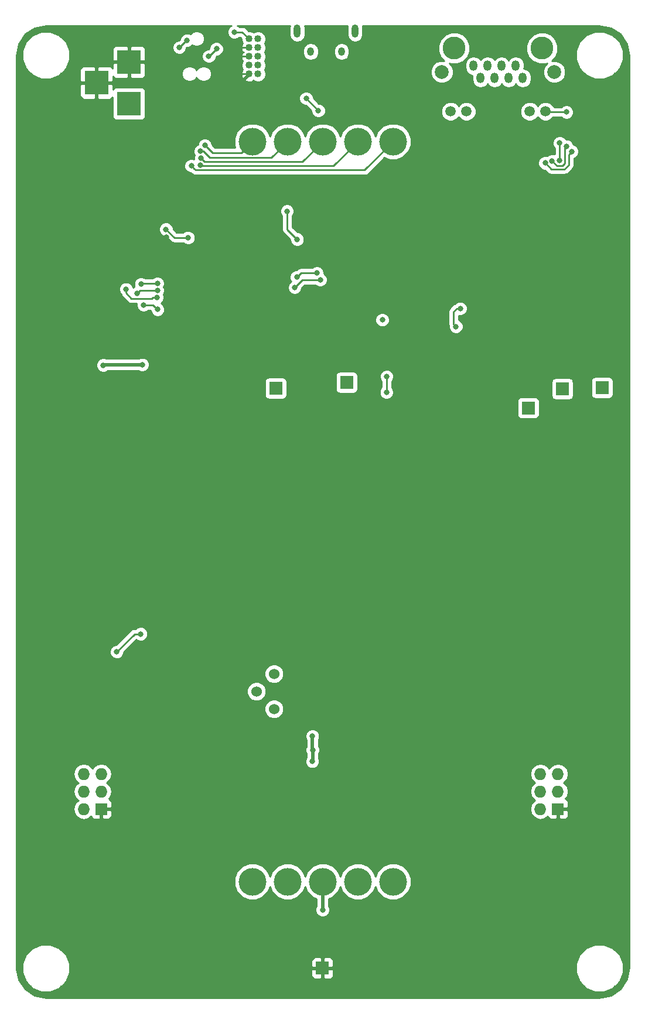
<source format=gbl>
G04 #@! TF.GenerationSoftware,KiCad,Pcbnew,no-vcs-found-40f60c9~58~ubuntu16.04.1*
G04 #@! TF.CreationDate,2017-03-31T16:44:17+01:00*
G04 #@! TF.ProjectId,bigtime,62696774696D652E6B696361645F7063,rev?*
G04 #@! TF.FileFunction,Copper,L2,Bot,Signal*
G04 #@! TF.FilePolarity,Positive*
%FSLAX46Y46*%
G04 Gerber Fmt 4.6, Leading zero omitted, Abs format (unit mm)*
G04 Created by KiCad (PCBNEW no-vcs-found-40f60c9~58~ubuntu16.04.1) date Fri Mar 31 16:44:17 2017*
%MOMM*%
%LPD*%
G01*
G04 APERTURE LIST*
%ADD10C,0.100000*%
%ADD11R,1.900000X1.900000*%
%ADD12C,0.300000*%
%ADD13C,2.000000*%
%ADD14C,1.500000*%
%ADD15O,1.200000X1.500000*%
%ADD16C,3.300000*%
%ADD17C,1.524000*%
%ADD18R,3.500000X3.500000*%
%ADD19O,1.000000X1.250000*%
%ADD20O,1.000000X1.900000*%
%ADD21C,4.000000*%
%ADD22R,1.727200X1.727200*%
%ADD23O,1.727200X1.727200*%
%ADD24C,1.016000*%
%ADD25C,0.500000*%
%ADD26C,0.800000*%
%ADD27C,0.500000*%
%ADD28C,0.250000*%
%ADD29C,0.254000*%
G04 APERTURE END LIST*
D10*
D11*
X169940000Y-155990000D03*
X210370000Y-72070000D03*
D12*
X178110000Y-74460000D03*
X178110000Y-75660000D03*
X179310000Y-74460000D03*
X179310000Y-75660000D03*
D13*
X203470000Y-26430000D03*
D14*
X188490000Y-32140000D03*
X190770000Y-32140000D03*
X199920000Y-32140000D03*
X202200000Y-32140000D03*
D15*
X198900000Y-27320000D03*
X196870000Y-27320000D03*
X194840000Y-27320000D03*
X192810000Y-27320000D03*
X195850000Y-25540000D03*
X193820000Y-25540000D03*
X197890000Y-25540000D03*
X191790000Y-25540000D03*
D16*
X189000000Y-23000000D03*
X201700000Y-23000000D03*
D13*
X187220000Y-26430000D03*
D17*
X162970000Y-118520000D03*
X160430000Y-115980000D03*
X162970000Y-113440000D03*
D18*
X137300000Y-28000000D03*
X142000000Y-25000000D03*
X142000000Y-31000000D03*
D11*
X163210000Y-72160000D03*
X173460000Y-71310000D03*
X199710000Y-75000000D03*
X204640000Y-72240000D03*
D19*
X168275000Y-23500000D03*
X172725000Y-23500000D03*
D20*
X166325000Y-20500000D03*
X174675000Y-20500000D03*
D21*
X159840000Y-143500000D03*
X164920000Y-143500000D03*
X170000000Y-143500000D03*
X175080000Y-143500000D03*
X180160000Y-143500000D03*
X180160000Y-36500000D03*
X175080000Y-36500000D03*
X170000000Y-36500000D03*
X164920000Y-36500000D03*
X159840000Y-36500000D03*
D22*
X138000000Y-133000000D03*
D23*
X135460000Y-133000000D03*
X138000000Y-130460000D03*
X135460000Y-130460000D03*
X138000000Y-127920000D03*
X135460000Y-127920000D03*
X201460000Y-127920000D03*
X204000000Y-127920000D03*
X201460000Y-130460000D03*
X204000000Y-130460000D03*
X201460000Y-133000000D03*
D22*
X204000000Y-133000000D03*
D24*
X159365000Y-21645000D03*
X160635000Y-21645000D03*
X159365000Y-22915000D03*
X160635000Y-22915000D03*
X159365000Y-24185000D03*
X160635000Y-24185000D03*
X159365000Y-25455000D03*
X160635000Y-25455000D03*
X159365000Y-26725000D03*
X160635000Y-26725000D03*
D25*
X204660000Y-81400000D03*
X205810000Y-81400000D03*
X206960000Y-81400000D03*
X204660000Y-80250000D03*
X205810000Y-80250000D03*
X206960000Y-80250000D03*
X204660000Y-79100000D03*
X205810000Y-79100000D03*
X206960000Y-79100000D03*
X187640000Y-60550000D03*
X186440000Y-60550000D03*
X187640000Y-61750000D03*
X186440000Y-61750000D03*
D26*
X143910000Y-68760000D03*
X138280000Y-68820000D03*
X157220000Y-20650000D03*
X168500000Y-122450000D03*
X168540000Y-124460000D03*
X168480000Y-126110000D03*
X179250000Y-70460000D03*
X179220000Y-72750000D03*
X149280000Y-22880000D03*
X169370000Y-32010000D03*
X167610000Y-30240000D03*
X150410000Y-21850000D03*
X146022719Y-59010165D03*
X141580000Y-57830000D03*
X192410000Y-53170000D03*
X192290000Y-54540000D03*
X166800000Y-116620000D03*
X166800000Y-115340000D03*
X177240000Y-116710000D03*
X177270000Y-115310000D03*
X163577340Y-61797340D03*
X160340000Y-123150000D03*
X173900000Y-50600000D03*
X172500000Y-46100000D03*
X171100000Y-46100000D03*
X147820000Y-46200000D03*
X197160000Y-71480000D03*
X209960000Y-76870000D03*
X171640000Y-61750000D03*
X167240000Y-69970000D03*
X165730000Y-69930000D03*
X164210000Y-69930000D03*
X162470000Y-69920000D03*
X160900000Y-65920000D03*
X148300000Y-60290000D03*
X151370000Y-43740000D03*
X147420000Y-50350000D03*
X158560000Y-61880000D03*
X181560000Y-58780000D03*
X196840000Y-36830000D03*
X187010000Y-68270000D03*
X181190000Y-71650000D03*
X177540000Y-72820000D03*
X195430000Y-54350000D03*
X199800000Y-77480000D03*
X202340000Y-78750000D03*
X201350000Y-78160000D03*
X203450000Y-78490000D03*
X204080000Y-77860000D03*
X172740000Y-123280000D03*
X165540000Y-129640000D03*
X153980000Y-58640000D03*
X158770000Y-65870000D03*
X189130000Y-58300000D03*
X180420000Y-49600000D03*
X194670000Y-50420000D03*
X150130000Y-25400000D03*
X182100000Y-55770000D03*
X192280000Y-56020000D03*
X185540000Y-68260000D03*
X152480000Y-66610000D03*
X155080000Y-66560000D03*
X156760000Y-70060000D03*
X158710000Y-72780000D03*
X160840000Y-70160000D03*
X150950000Y-70700000D03*
X168750000Y-25500000D03*
X170930000Y-112480000D03*
X181710000Y-79060000D03*
X176710000Y-78060000D03*
X207960000Y-82500000D03*
X146112317Y-58014175D03*
X143190000Y-58440000D03*
X143749979Y-57116782D03*
X146110000Y-57000000D03*
X143700000Y-107680000D03*
X152423018Y-38882307D03*
X140207340Y-110272660D03*
X169980000Y-147570000D03*
X151008187Y-39998145D03*
X146135398Y-60767495D03*
X144110000Y-60110000D03*
X154650000Y-23090000D03*
X153540000Y-24160000D03*
X147350000Y-49180000D03*
X150560000Y-50390000D03*
X165949888Y-57600008D03*
X169636672Y-56464980D03*
X178610000Y-62270000D03*
X166260000Y-56100000D03*
X169170000Y-55500000D03*
X166300000Y-50630000D03*
X164850000Y-46550000D03*
X189260000Y-63230000D03*
X189870000Y-60630000D03*
X205210000Y-37180000D03*
X203140000Y-39300000D03*
X204260000Y-39260000D03*
X204250000Y-36720000D03*
X205980000Y-37930000D03*
X202150000Y-39590000D03*
X205230000Y-32240000D03*
X152302169Y-39874990D03*
X152320943Y-37887518D03*
X152980000Y-37020000D03*
D27*
X143910000Y-68760000D02*
X138340000Y-68760000D01*
X138340000Y-68760000D02*
X138280000Y-68820000D01*
X168540000Y-124460000D02*
X168540000Y-126050000D01*
X168540000Y-126050000D02*
X168480000Y-126110000D01*
X168500000Y-122450000D02*
X168500000Y-124420000D01*
D28*
X157220000Y-20650000D02*
X158370000Y-20650000D01*
X158370000Y-20650000D02*
X159365000Y-21645000D01*
X168500000Y-124420000D02*
X168540000Y-124460000D01*
X168480000Y-124520000D02*
X168540000Y-124460000D01*
X179220000Y-72750000D02*
X179250000Y-72720000D01*
X179250000Y-72720000D02*
X179250000Y-70460000D01*
X169370000Y-32010000D02*
X169370000Y-32000000D01*
X169370000Y-32000000D02*
X167610000Y-30240000D01*
X150410000Y-21850000D02*
X150310000Y-21850000D01*
X150310000Y-21850000D02*
X149280000Y-22880000D01*
X149280000Y-22880000D02*
X149290000Y-22890000D01*
X142349316Y-59165001D02*
X145302198Y-59165001D01*
X141580000Y-57830000D02*
X141580000Y-58395685D01*
X145302198Y-59165001D02*
X145457034Y-59010165D01*
X145457034Y-59010165D02*
X146022719Y-59010165D01*
X141580000Y-58395685D02*
X142349316Y-59165001D01*
X201350000Y-78160000D02*
X200480000Y-78160000D01*
X200480000Y-78160000D02*
X199800000Y-77480000D01*
X201350000Y-78160000D02*
X201350000Y-78160000D01*
X201350000Y-78160000D02*
X201350000Y-78120000D01*
X157520000Y-26520000D02*
X157725000Y-26725000D01*
X157725000Y-26725000D02*
X159365000Y-26725000D01*
X157520000Y-24200000D02*
X157520000Y-26520000D01*
X157535000Y-24185000D02*
X157520000Y-24200000D01*
X159365000Y-24185000D02*
X157535000Y-24185000D01*
X157690000Y-23930000D02*
X157945000Y-24185000D01*
X157945000Y-24185000D02*
X159365000Y-24185000D01*
X157690000Y-22930000D02*
X157690000Y-23930000D01*
X157705000Y-22915000D02*
X157690000Y-22930000D01*
X159365000Y-22915000D02*
X157705000Y-22915000D01*
X143615825Y-58014175D02*
X145546632Y-58014175D01*
X145546632Y-58014175D02*
X146112317Y-58014175D01*
X143190000Y-58440000D02*
X143615825Y-58014175D01*
X143866761Y-57000000D02*
X143749979Y-57116782D01*
X146110000Y-57000000D02*
X143866761Y-57000000D01*
X143700000Y-107680000D02*
X142800000Y-107680000D01*
X142800000Y-107680000D02*
X140207340Y-110272660D01*
X167091095Y-39408905D02*
X152949616Y-39408905D01*
X152949616Y-39408905D02*
X152423018Y-38882307D01*
X170000000Y-36500000D02*
X167091095Y-39408905D01*
X140164680Y-110230000D02*
X140207340Y-110272660D01*
D27*
X169980000Y-147570000D02*
X169980000Y-143520000D01*
X169980000Y-143520000D02*
X170000000Y-143500000D01*
D28*
X180160000Y-36500000D02*
X176060000Y-40600000D01*
X176060000Y-40600000D02*
X151610042Y-40600000D01*
X151610042Y-40600000D02*
X151408186Y-40398144D01*
X151408186Y-40398144D02*
X151008187Y-39998145D01*
X144110000Y-60110000D02*
X145477903Y-60110000D01*
X145735399Y-60367496D02*
X146135398Y-60767495D01*
X145477903Y-60110000D02*
X145735399Y-60367496D01*
X153540000Y-24160000D02*
X153580000Y-24160000D01*
X153580000Y-24160000D02*
X154650000Y-23090000D01*
X147350000Y-49180000D02*
X148560000Y-50390000D01*
X148560000Y-50390000D02*
X150560000Y-50390000D01*
X169636672Y-56464980D02*
X167084916Y-56464980D01*
X167084916Y-56464980D02*
X166349887Y-57200009D01*
X166349887Y-57200009D02*
X165949888Y-57600008D01*
X166659999Y-55700001D02*
X166260000Y-56100000D01*
X169170000Y-55500000D02*
X166860000Y-55500000D01*
X166860000Y-55500000D02*
X166659999Y-55700001D01*
X165900001Y-50230001D02*
X166300000Y-50630000D01*
X164850000Y-46550000D02*
X164850000Y-49180000D01*
X164850000Y-49180000D02*
X165900001Y-50230001D01*
X188910000Y-61090000D02*
X188910000Y-62880000D01*
X188910000Y-62880000D02*
X189260000Y-63230000D01*
X189370000Y-60630000D02*
X188910000Y-61090000D01*
X189870000Y-60630000D02*
X189370000Y-60630000D01*
X205210000Y-37180000D02*
X205000000Y-37390000D01*
X205000000Y-39670000D02*
X204650000Y-40020000D01*
X205000000Y-37390000D02*
X205000000Y-39670000D01*
X204650000Y-40020000D02*
X203860000Y-40020000D01*
X203860000Y-40020000D02*
X203140000Y-39300000D01*
X204250000Y-36720000D02*
X204260000Y-36730000D01*
X204260000Y-36730000D02*
X204260000Y-39260000D01*
X205980000Y-37930000D02*
X205550000Y-38360000D01*
X205550000Y-38360000D02*
X205550000Y-39870000D01*
X205550000Y-39870000D02*
X204910000Y-40510000D01*
X204910000Y-40510000D02*
X203070000Y-40510000D01*
X203070000Y-40510000D02*
X202150000Y-39590000D01*
X205230000Y-32240000D02*
X202300000Y-32240000D01*
X202300000Y-32240000D02*
X202200000Y-32140000D01*
X175080000Y-36500000D02*
X171576733Y-40003267D01*
X152430446Y-40003267D02*
X152302169Y-39874990D01*
X171576733Y-40003267D02*
X152430446Y-40003267D01*
X164920000Y-36500000D02*
X162594999Y-38825001D01*
X162594999Y-38825001D02*
X153713031Y-38825001D01*
X152775548Y-37887518D02*
X152320943Y-37887518D01*
X153713031Y-38825001D02*
X152775548Y-37887518D01*
X159840000Y-36500000D02*
X158210000Y-38130000D01*
X154090000Y-38130000D02*
X152980000Y-37020000D01*
X158210000Y-38130000D02*
X154090000Y-38130000D01*
D29*
G36*
X156634485Y-19772058D02*
X156343081Y-20062954D01*
X156185180Y-20443223D01*
X156184821Y-20854971D01*
X156342058Y-21235515D01*
X156632954Y-21526919D01*
X157013223Y-21684820D01*
X157424971Y-21685179D01*
X157805515Y-21527942D01*
X157923663Y-21410000D01*
X158055198Y-21410000D01*
X158222059Y-21576862D01*
X158221802Y-21871359D01*
X158395446Y-22291612D01*
X158427474Y-22323696D01*
X158353144Y-22336824D01*
X158208909Y-22768055D01*
X158240678Y-23221657D01*
X158353144Y-23493176D01*
X158523689Y-23523297D01*
X158550392Y-23550000D01*
X158523689Y-23576703D01*
X158353144Y-23606824D01*
X158208909Y-24038055D01*
X158240678Y-24491657D01*
X158353144Y-24763176D01*
X158427091Y-24776236D01*
X158396577Y-24806697D01*
X158222199Y-25226646D01*
X158221802Y-25681359D01*
X158395446Y-26101612D01*
X158427474Y-26133696D01*
X158353144Y-26146824D01*
X158208909Y-26578055D01*
X158240678Y-27031657D01*
X158353144Y-27303176D01*
X158569081Y-27341314D01*
X159185395Y-26725000D01*
X159171253Y-26710858D01*
X159284180Y-26597930D01*
X159445961Y-26598071D01*
X159492070Y-26644180D01*
X159491929Y-26805961D01*
X159379143Y-26918748D01*
X159365000Y-26904605D01*
X158748686Y-27520919D01*
X158786824Y-27736856D01*
X159218055Y-27881091D01*
X159671657Y-27849322D01*
X159943176Y-27736856D01*
X159956236Y-27662909D01*
X159986697Y-27693423D01*
X160406646Y-27867801D01*
X160861359Y-27868198D01*
X161281612Y-27694554D01*
X161603423Y-27373303D01*
X161777801Y-26953354D01*
X161777975Y-26753795D01*
X185584716Y-26753795D01*
X185833106Y-27354943D01*
X186292637Y-27815278D01*
X186893352Y-28064716D01*
X187543795Y-28065284D01*
X188144943Y-27816894D01*
X188605278Y-27357363D01*
X188854716Y-26756648D01*
X188855284Y-26106205D01*
X188606894Y-25505057D01*
X188464952Y-25362866D01*
X190555000Y-25362866D01*
X190555000Y-25717134D01*
X190649009Y-26189748D01*
X190916723Y-26590411D01*
X191317386Y-26858125D01*
X191619678Y-26918255D01*
X191575000Y-27142866D01*
X191575000Y-27497134D01*
X191669009Y-27969748D01*
X191936723Y-28370411D01*
X192337386Y-28638125D01*
X192810000Y-28732134D01*
X193282614Y-28638125D01*
X193683277Y-28370411D01*
X193825000Y-28158307D01*
X193966723Y-28370411D01*
X194367386Y-28638125D01*
X194840000Y-28732134D01*
X195312614Y-28638125D01*
X195713277Y-28370411D01*
X195855000Y-28158307D01*
X195996723Y-28370411D01*
X196397386Y-28638125D01*
X196870000Y-28732134D01*
X197342614Y-28638125D01*
X197743277Y-28370411D01*
X197885000Y-28158307D01*
X198026723Y-28370411D01*
X198427386Y-28638125D01*
X198900000Y-28732134D01*
X199372614Y-28638125D01*
X199773277Y-28370411D01*
X200040991Y-27969748D01*
X200135000Y-27497134D01*
X200135000Y-27142866D01*
X200040991Y-26670252D01*
X199773277Y-26269589D01*
X199372614Y-26001875D01*
X199079941Y-25943659D01*
X199125000Y-25717134D01*
X199125000Y-25362866D01*
X199030991Y-24890252D01*
X198763277Y-24489589D01*
X198362614Y-24221875D01*
X197890000Y-24127866D01*
X197417386Y-24221875D01*
X197016723Y-24489589D01*
X196870000Y-24709176D01*
X196723277Y-24489589D01*
X196322614Y-24221875D01*
X195850000Y-24127866D01*
X195377386Y-24221875D01*
X194976723Y-24489589D01*
X194835000Y-24701693D01*
X194693277Y-24489589D01*
X194292614Y-24221875D01*
X193820000Y-24127866D01*
X193347386Y-24221875D01*
X192946723Y-24489589D01*
X192805000Y-24701693D01*
X192663277Y-24489589D01*
X192262614Y-24221875D01*
X191790000Y-24127866D01*
X191317386Y-24221875D01*
X190916723Y-24489589D01*
X190649009Y-24890252D01*
X190555000Y-25362866D01*
X188464952Y-25362866D01*
X188275909Y-25173493D01*
X188543491Y-25284603D01*
X189452521Y-25285396D01*
X190292658Y-24938258D01*
X190935999Y-24296039D01*
X191284603Y-23456509D01*
X191284606Y-23452521D01*
X199414604Y-23452521D01*
X199761742Y-24292658D01*
X200403961Y-24935999D01*
X201243491Y-25284603D01*
X202152521Y-25285396D01*
X202408153Y-25179771D01*
X202084722Y-25502637D01*
X201835284Y-26103352D01*
X201834716Y-26753795D01*
X202083106Y-27354943D01*
X202542637Y-27815278D01*
X203143352Y-28064716D01*
X203793795Y-28065284D01*
X204394943Y-27816894D01*
X204855278Y-27357363D01*
X205104716Y-26756648D01*
X205105284Y-26106205D01*
X204856894Y-25505057D01*
X204397363Y-25044722D01*
X203796648Y-24795284D01*
X203146205Y-24794716D01*
X203129562Y-24801593D01*
X203635999Y-24296039D01*
X203682037Y-24185167D01*
X206564838Y-24185167D01*
X206572820Y-24204485D01*
X206572406Y-24678682D01*
X207093037Y-25938704D01*
X207353413Y-26199534D01*
X207406883Y-26328943D01*
X207669673Y-26592192D01*
X207798989Y-26645889D01*
X208056226Y-26903575D01*
X209315337Y-27426404D01*
X209793896Y-27426822D01*
X209813201Y-27434838D01*
X210185167Y-27435162D01*
X210204485Y-27427180D01*
X210678682Y-27427594D01*
X211938704Y-26906963D01*
X212199534Y-26646587D01*
X212328943Y-26593117D01*
X212592192Y-26330327D01*
X212645889Y-26201011D01*
X212903575Y-25943774D01*
X213426404Y-24684663D01*
X213426822Y-24206104D01*
X213434838Y-24186799D01*
X213435162Y-23814833D01*
X213427180Y-23795515D01*
X213427594Y-23321318D01*
X212906963Y-22061296D01*
X212646587Y-21800466D01*
X212593117Y-21671057D01*
X212330327Y-21407808D01*
X212201011Y-21354111D01*
X211943774Y-21096425D01*
X210684663Y-20573596D01*
X210206104Y-20573178D01*
X210186799Y-20565162D01*
X209814833Y-20564838D01*
X209795515Y-20572820D01*
X209321318Y-20572406D01*
X208061296Y-21093037D01*
X207800466Y-21353413D01*
X207671057Y-21406883D01*
X207407808Y-21669673D01*
X207354111Y-21798989D01*
X207096425Y-22056226D01*
X206573596Y-23315337D01*
X206573178Y-23793896D01*
X206565162Y-23813201D01*
X206564838Y-24185167D01*
X203682037Y-24185167D01*
X203984603Y-23456509D01*
X203985396Y-22547479D01*
X203638258Y-21707342D01*
X202996039Y-21064001D01*
X202156509Y-20715397D01*
X201247479Y-20714604D01*
X200407342Y-21061742D01*
X199764001Y-21703961D01*
X199415397Y-22543491D01*
X199414604Y-23452521D01*
X191284606Y-23452521D01*
X191285396Y-22547479D01*
X190938258Y-21707342D01*
X190296039Y-21064001D01*
X189456509Y-20715397D01*
X188547479Y-20714604D01*
X187707342Y-21061742D01*
X187064001Y-21703961D01*
X186715397Y-22543491D01*
X186714604Y-23452521D01*
X187061742Y-24292658D01*
X187575416Y-24807230D01*
X187546648Y-24795284D01*
X186896205Y-24794716D01*
X186295057Y-25043106D01*
X185834722Y-25502637D01*
X185585284Y-26103352D01*
X185584716Y-26753795D01*
X161777975Y-26753795D01*
X161778198Y-26498641D01*
X161609150Y-26089511D01*
X161777801Y-25683354D01*
X161778198Y-25228641D01*
X161609150Y-24819511D01*
X161777801Y-24413354D01*
X161778198Y-23958641D01*
X161609150Y-23549511D01*
X161691863Y-23350315D01*
X167140000Y-23350315D01*
X167140000Y-23649685D01*
X167226397Y-24084031D01*
X167472434Y-24452251D01*
X167840654Y-24698288D01*
X168275000Y-24784685D01*
X168709346Y-24698288D01*
X169077566Y-24452251D01*
X169323603Y-24084031D01*
X169410000Y-23649685D01*
X169410000Y-23350315D01*
X171590000Y-23350315D01*
X171590000Y-23649685D01*
X171676397Y-24084031D01*
X171922434Y-24452251D01*
X172290654Y-24698288D01*
X172725000Y-24784685D01*
X173159346Y-24698288D01*
X173527566Y-24452251D01*
X173773603Y-24084031D01*
X173860000Y-23649685D01*
X173860000Y-23350315D01*
X173773603Y-22915969D01*
X173527566Y-22547749D01*
X173159346Y-22301712D01*
X172725000Y-22215315D01*
X172290654Y-22301712D01*
X171922434Y-22547749D01*
X171676397Y-22915969D01*
X171590000Y-23350315D01*
X169410000Y-23350315D01*
X169323603Y-22915969D01*
X169077566Y-22547749D01*
X168709346Y-22301712D01*
X168275000Y-22215315D01*
X167840654Y-22301712D01*
X167472434Y-22547749D01*
X167226397Y-22915969D01*
X167140000Y-23350315D01*
X161691863Y-23350315D01*
X161777801Y-23143354D01*
X161778198Y-22688641D01*
X161609150Y-22279511D01*
X161777801Y-21873354D01*
X161778198Y-21418641D01*
X161604554Y-20998388D01*
X161283303Y-20676577D01*
X160863354Y-20502199D01*
X160408641Y-20501802D01*
X159999511Y-20670850D01*
X159593354Y-20502199D01*
X159296742Y-20501940D01*
X158907401Y-20112599D01*
X158660839Y-19947852D01*
X158370000Y-19890000D01*
X157923761Y-19890000D01*
X157807046Y-19773081D01*
X157655130Y-19710000D01*
X165251454Y-19710000D01*
X165190000Y-20018948D01*
X165190000Y-20981052D01*
X165276397Y-21415398D01*
X165522434Y-21783618D01*
X165890654Y-22029655D01*
X166325000Y-22116052D01*
X166759346Y-22029655D01*
X167127566Y-21783618D01*
X167373603Y-21415398D01*
X167460000Y-20981052D01*
X167460000Y-20018948D01*
X167398546Y-19710000D01*
X173601454Y-19710000D01*
X173540000Y-20018948D01*
X173540000Y-20981052D01*
X173626397Y-21415398D01*
X173872434Y-21783618D01*
X174240654Y-22029655D01*
X174675000Y-22116052D01*
X175109346Y-22029655D01*
X175477566Y-21783618D01*
X175723603Y-21415398D01*
X175810000Y-20981052D01*
X175810000Y-20018948D01*
X175748546Y-19710000D01*
X209930069Y-19710000D01*
X211636390Y-20049408D01*
X213023654Y-20976349D01*
X213950592Y-22363610D01*
X214290000Y-24069931D01*
X214290000Y-155830350D01*
X214279123Y-155856609D01*
X213927043Y-157626634D01*
X213005629Y-159005629D01*
X211626634Y-159927043D01*
X209856609Y-160279123D01*
X209830350Y-160290000D01*
X130069931Y-160290000D01*
X128363610Y-159950592D01*
X126976349Y-159023654D01*
X126049408Y-157636390D01*
X125760743Y-156185167D01*
X126564838Y-156185167D01*
X126572820Y-156204485D01*
X126572406Y-156678682D01*
X127093037Y-157938704D01*
X127353413Y-158199534D01*
X127406883Y-158328943D01*
X127669673Y-158592192D01*
X127798989Y-158645889D01*
X128056226Y-158903575D01*
X129315337Y-159426404D01*
X129793896Y-159426822D01*
X129813201Y-159434838D01*
X130185167Y-159435162D01*
X130204485Y-159427180D01*
X130678682Y-159427594D01*
X131938704Y-158906963D01*
X132199534Y-158646587D01*
X132328943Y-158593117D01*
X132592192Y-158330327D01*
X132645889Y-158201011D01*
X132903575Y-157943774D01*
X133426404Y-156684663D01*
X133426761Y-156275750D01*
X168355000Y-156275750D01*
X168355000Y-157066310D01*
X168451673Y-157299699D01*
X168630302Y-157478327D01*
X168863691Y-157575000D01*
X169654250Y-157575000D01*
X169813000Y-157416250D01*
X169813000Y-156117000D01*
X170067000Y-156117000D01*
X170067000Y-157416250D01*
X170225750Y-157575000D01*
X171016309Y-157575000D01*
X171249698Y-157478327D01*
X171428327Y-157299699D01*
X171525000Y-157066310D01*
X171525000Y-156275750D01*
X171434417Y-156185167D01*
X206564838Y-156185167D01*
X206572820Y-156204485D01*
X206572406Y-156678682D01*
X207093037Y-157938704D01*
X207353413Y-158199534D01*
X207406883Y-158328943D01*
X207669673Y-158592192D01*
X207798989Y-158645889D01*
X208056226Y-158903575D01*
X209315337Y-159426404D01*
X209793896Y-159426822D01*
X209813201Y-159434838D01*
X210185167Y-159435162D01*
X210204485Y-159427180D01*
X210678682Y-159427594D01*
X211938704Y-158906963D01*
X212199534Y-158646587D01*
X212328943Y-158593117D01*
X212592192Y-158330327D01*
X212645889Y-158201011D01*
X212903575Y-157943774D01*
X213426404Y-156684663D01*
X213426822Y-156206104D01*
X213434838Y-156186799D01*
X213435162Y-155814833D01*
X213427180Y-155795515D01*
X213427594Y-155321318D01*
X212906963Y-154061296D01*
X212646587Y-153800466D01*
X212593117Y-153671057D01*
X212330327Y-153407808D01*
X212201011Y-153354111D01*
X211943774Y-153096425D01*
X210684663Y-152573596D01*
X210206104Y-152573178D01*
X210186799Y-152565162D01*
X209814833Y-152564838D01*
X209795515Y-152572820D01*
X209321318Y-152572406D01*
X208061296Y-153093037D01*
X207800466Y-153353413D01*
X207671057Y-153406883D01*
X207407808Y-153669673D01*
X207354111Y-153798989D01*
X207096425Y-154056226D01*
X206573596Y-155315337D01*
X206573178Y-155793896D01*
X206565162Y-155813201D01*
X206564838Y-156185167D01*
X171434417Y-156185167D01*
X171366250Y-156117000D01*
X170067000Y-156117000D01*
X169813000Y-156117000D01*
X168513750Y-156117000D01*
X168355000Y-156275750D01*
X133426761Y-156275750D01*
X133426822Y-156206104D01*
X133434838Y-156186799D01*
X133435162Y-155814833D01*
X133427180Y-155795515D01*
X133427594Y-155321318D01*
X133259166Y-154913690D01*
X168355000Y-154913690D01*
X168355000Y-155704250D01*
X168513750Y-155863000D01*
X169813000Y-155863000D01*
X169813000Y-154563750D01*
X170067000Y-154563750D01*
X170067000Y-155863000D01*
X171366250Y-155863000D01*
X171525000Y-155704250D01*
X171525000Y-154913690D01*
X171428327Y-154680301D01*
X171249698Y-154501673D01*
X171016309Y-154405000D01*
X170225750Y-154405000D01*
X170067000Y-154563750D01*
X169813000Y-154563750D01*
X169654250Y-154405000D01*
X168863691Y-154405000D01*
X168630302Y-154501673D01*
X168451673Y-154680301D01*
X168355000Y-154913690D01*
X133259166Y-154913690D01*
X132906963Y-154061296D01*
X132646587Y-153800466D01*
X132593117Y-153671057D01*
X132330327Y-153407808D01*
X132201011Y-153354111D01*
X131943774Y-153096425D01*
X130684663Y-152573596D01*
X130206104Y-152573178D01*
X130186799Y-152565162D01*
X129814833Y-152564838D01*
X129795515Y-152572820D01*
X129321318Y-152572406D01*
X128061296Y-153093037D01*
X127800466Y-153353413D01*
X127671057Y-153406883D01*
X127407808Y-153669673D01*
X127354111Y-153798989D01*
X127096425Y-154056226D01*
X126573596Y-155315337D01*
X126573178Y-155793896D01*
X126565162Y-155813201D01*
X126564838Y-156185167D01*
X125760743Y-156185167D01*
X125710000Y-155930069D01*
X125710000Y-144021834D01*
X157204543Y-144021834D01*
X157604853Y-144990658D01*
X158345443Y-145732542D01*
X159313567Y-146134542D01*
X160361834Y-146135457D01*
X161330658Y-145735147D01*
X162072542Y-144994557D01*
X162380261Y-144253488D01*
X162684853Y-144990658D01*
X163425443Y-145732542D01*
X164393567Y-146134542D01*
X165441834Y-146135457D01*
X166410658Y-145735147D01*
X167152542Y-144994557D01*
X167460261Y-144253488D01*
X167764853Y-144990658D01*
X168505443Y-145732542D01*
X169095000Y-145977347D01*
X169095000Y-147002415D01*
X168945180Y-147363223D01*
X168944821Y-147774971D01*
X169102058Y-148155515D01*
X169392954Y-148446919D01*
X169773223Y-148604820D01*
X170184971Y-148605179D01*
X170565515Y-148447942D01*
X170856919Y-148157046D01*
X171014820Y-147776777D01*
X171015179Y-147365029D01*
X170865000Y-147001567D01*
X170865000Y-145993664D01*
X171490658Y-145735147D01*
X172232542Y-144994557D01*
X172540261Y-144253488D01*
X172844853Y-144990658D01*
X173585443Y-145732542D01*
X174553567Y-146134542D01*
X175601834Y-146135457D01*
X176570658Y-145735147D01*
X177312542Y-144994557D01*
X177620261Y-144253488D01*
X177924853Y-144990658D01*
X178665443Y-145732542D01*
X179633567Y-146134542D01*
X180681834Y-146135457D01*
X181650658Y-145735147D01*
X182392542Y-144994557D01*
X182794542Y-144026433D01*
X182795457Y-142978166D01*
X182395147Y-142009342D01*
X181654557Y-141267458D01*
X180686433Y-140865458D01*
X179638166Y-140864543D01*
X178669342Y-141264853D01*
X177927458Y-142005443D01*
X177619739Y-142746512D01*
X177315147Y-142009342D01*
X176574557Y-141267458D01*
X175606433Y-140865458D01*
X174558166Y-140864543D01*
X173589342Y-141264853D01*
X172847458Y-142005443D01*
X172539739Y-142746512D01*
X172235147Y-142009342D01*
X171494557Y-141267458D01*
X170526433Y-140865458D01*
X169478166Y-140864543D01*
X168509342Y-141264853D01*
X167767458Y-142005443D01*
X167459739Y-142746512D01*
X167155147Y-142009342D01*
X166414557Y-141267458D01*
X165446433Y-140865458D01*
X164398166Y-140864543D01*
X163429342Y-141264853D01*
X162687458Y-142005443D01*
X162379739Y-142746512D01*
X162075147Y-142009342D01*
X161334557Y-141267458D01*
X160366433Y-140865458D01*
X159318166Y-140864543D01*
X158349342Y-141264853D01*
X157607458Y-142005443D01*
X157205458Y-142973567D01*
X157204543Y-144021834D01*
X125710000Y-144021834D01*
X125710000Y-127890641D01*
X133961400Y-127890641D01*
X133961400Y-127949359D01*
X134075474Y-128522848D01*
X134400330Y-129009029D01*
X134671172Y-129190000D01*
X134400330Y-129370971D01*
X134075474Y-129857152D01*
X133961400Y-130430641D01*
X133961400Y-130489359D01*
X134075474Y-131062848D01*
X134400330Y-131549029D01*
X134671172Y-131730000D01*
X134400330Y-131910971D01*
X134075474Y-132397152D01*
X133961400Y-132970641D01*
X133961400Y-133029359D01*
X134075474Y-133602848D01*
X134400330Y-134089029D01*
X134886511Y-134413885D01*
X135460000Y-134527959D01*
X136033489Y-134413885D01*
X136519670Y-134089029D01*
X136533737Y-134067977D01*
X136598073Y-134223298D01*
X136776701Y-134401927D01*
X137010090Y-134498600D01*
X137714250Y-134498600D01*
X137873000Y-134339850D01*
X137873000Y-133127000D01*
X138127000Y-133127000D01*
X138127000Y-134339850D01*
X138285750Y-134498600D01*
X138989910Y-134498600D01*
X139223299Y-134401927D01*
X139401927Y-134223298D01*
X139498600Y-133989909D01*
X139498600Y-133285750D01*
X139339850Y-133127000D01*
X138127000Y-133127000D01*
X137873000Y-133127000D01*
X137853000Y-133127000D01*
X137853000Y-132873000D01*
X137873000Y-132873000D01*
X137873000Y-132853000D01*
X138127000Y-132853000D01*
X138127000Y-132873000D01*
X139339850Y-132873000D01*
X139498600Y-132714250D01*
X139498600Y-132010091D01*
X139401927Y-131776702D01*
X139223299Y-131598073D01*
X139069474Y-131534356D01*
X139384526Y-131062848D01*
X139498600Y-130489359D01*
X139498600Y-130430641D01*
X139384526Y-129857152D01*
X139059670Y-129370971D01*
X138788828Y-129190000D01*
X139059670Y-129009029D01*
X139384526Y-128522848D01*
X139498600Y-127949359D01*
X139498600Y-127890641D01*
X199961400Y-127890641D01*
X199961400Y-127949359D01*
X200075474Y-128522848D01*
X200400330Y-129009029D01*
X200671172Y-129190000D01*
X200400330Y-129370971D01*
X200075474Y-129857152D01*
X199961400Y-130430641D01*
X199961400Y-130489359D01*
X200075474Y-131062848D01*
X200400330Y-131549029D01*
X200671172Y-131730000D01*
X200400330Y-131910971D01*
X200075474Y-132397152D01*
X199961400Y-132970641D01*
X199961400Y-133029359D01*
X200075474Y-133602848D01*
X200400330Y-134089029D01*
X200886511Y-134413885D01*
X201460000Y-134527959D01*
X202033489Y-134413885D01*
X202519670Y-134089029D01*
X202533737Y-134067977D01*
X202598073Y-134223298D01*
X202776701Y-134401927D01*
X203010090Y-134498600D01*
X203714250Y-134498600D01*
X203873000Y-134339850D01*
X203873000Y-133127000D01*
X204127000Y-133127000D01*
X204127000Y-134339850D01*
X204285750Y-134498600D01*
X204989910Y-134498600D01*
X205223299Y-134401927D01*
X205401927Y-134223298D01*
X205498600Y-133989909D01*
X205498600Y-133285750D01*
X205339850Y-133127000D01*
X204127000Y-133127000D01*
X203873000Y-133127000D01*
X203853000Y-133127000D01*
X203853000Y-132873000D01*
X203873000Y-132873000D01*
X203873000Y-132853000D01*
X204127000Y-132853000D01*
X204127000Y-132873000D01*
X205339850Y-132873000D01*
X205498600Y-132714250D01*
X205498600Y-132010091D01*
X205401927Y-131776702D01*
X205223299Y-131598073D01*
X205069474Y-131534356D01*
X205384526Y-131062848D01*
X205498600Y-130489359D01*
X205498600Y-130430641D01*
X205384526Y-129857152D01*
X205059670Y-129370971D01*
X204788828Y-129190000D01*
X205059670Y-129009029D01*
X205384526Y-128522848D01*
X205498600Y-127949359D01*
X205498600Y-127890641D01*
X205384526Y-127317152D01*
X205059670Y-126830971D01*
X204573489Y-126506115D01*
X204000000Y-126392041D01*
X203426511Y-126506115D01*
X202940330Y-126830971D01*
X202730000Y-127145752D01*
X202519670Y-126830971D01*
X202033489Y-126506115D01*
X201460000Y-126392041D01*
X200886511Y-126506115D01*
X200400330Y-126830971D01*
X200075474Y-127317152D01*
X199961400Y-127890641D01*
X139498600Y-127890641D01*
X139384526Y-127317152D01*
X139059670Y-126830971D01*
X138573489Y-126506115D01*
X138000000Y-126392041D01*
X137426511Y-126506115D01*
X136940330Y-126830971D01*
X136730000Y-127145752D01*
X136519670Y-126830971D01*
X136033489Y-126506115D01*
X135460000Y-126392041D01*
X134886511Y-126506115D01*
X134400330Y-126830971D01*
X134075474Y-127317152D01*
X133961400Y-127890641D01*
X125710000Y-127890641D01*
X125710000Y-126314971D01*
X167444821Y-126314971D01*
X167602058Y-126695515D01*
X167892954Y-126986919D01*
X168273223Y-127144820D01*
X168684971Y-127145179D01*
X169065515Y-126987942D01*
X169356919Y-126697046D01*
X169514820Y-126316777D01*
X169515179Y-125905029D01*
X169425000Y-125686778D01*
X169425000Y-125027585D01*
X169574820Y-124666777D01*
X169575179Y-124255029D01*
X169417942Y-123874485D01*
X169385000Y-123841485D01*
X169385000Y-123017585D01*
X169534820Y-122656777D01*
X169535179Y-122245029D01*
X169377942Y-121864485D01*
X169087046Y-121573081D01*
X168706777Y-121415180D01*
X168295029Y-121414821D01*
X167914485Y-121572058D01*
X167623081Y-121862954D01*
X167465180Y-122243223D01*
X167464821Y-122654971D01*
X167615000Y-123018433D01*
X167615000Y-123988746D01*
X167505180Y-124253223D01*
X167504821Y-124664971D01*
X167655000Y-125028433D01*
X167655000Y-125471126D01*
X167603081Y-125522954D01*
X167445180Y-125903223D01*
X167444821Y-126314971D01*
X125710000Y-126314971D01*
X125710000Y-118796661D01*
X161572758Y-118796661D01*
X161784990Y-119310303D01*
X162177630Y-119703629D01*
X162690900Y-119916757D01*
X163246661Y-119917242D01*
X163760303Y-119705010D01*
X164153629Y-119312370D01*
X164366757Y-118799100D01*
X164367242Y-118243339D01*
X164155010Y-117729697D01*
X163762370Y-117336371D01*
X163249100Y-117123243D01*
X162693339Y-117122758D01*
X162179697Y-117334990D01*
X161786371Y-117727630D01*
X161573243Y-118240900D01*
X161572758Y-118796661D01*
X125710000Y-118796661D01*
X125710000Y-116256661D01*
X159032758Y-116256661D01*
X159244990Y-116770303D01*
X159637630Y-117163629D01*
X160150900Y-117376757D01*
X160706661Y-117377242D01*
X161220303Y-117165010D01*
X161613629Y-116772370D01*
X161826757Y-116259100D01*
X161827242Y-115703339D01*
X161615010Y-115189697D01*
X161222370Y-114796371D01*
X160709100Y-114583243D01*
X160153339Y-114582758D01*
X159639697Y-114794990D01*
X159246371Y-115187630D01*
X159033243Y-115700900D01*
X159032758Y-116256661D01*
X125710000Y-116256661D01*
X125710000Y-113716661D01*
X161572758Y-113716661D01*
X161784990Y-114230303D01*
X162177630Y-114623629D01*
X162690900Y-114836757D01*
X163246661Y-114837242D01*
X163760303Y-114625010D01*
X164153629Y-114232370D01*
X164366757Y-113719100D01*
X164367242Y-113163339D01*
X164155010Y-112649697D01*
X163762370Y-112256371D01*
X163249100Y-112043243D01*
X162693339Y-112042758D01*
X162179697Y-112254990D01*
X161786371Y-112647630D01*
X161573243Y-113160900D01*
X161572758Y-113716661D01*
X125710000Y-113716661D01*
X125710000Y-110477631D01*
X139172161Y-110477631D01*
X139329398Y-110858175D01*
X139620294Y-111149579D01*
X140000563Y-111307480D01*
X140412311Y-111307839D01*
X140792855Y-111150602D01*
X141084259Y-110859706D01*
X141242160Y-110479437D01*
X141242306Y-110312496D01*
X143055469Y-108499333D01*
X143112954Y-108556919D01*
X143493223Y-108714820D01*
X143904971Y-108715179D01*
X144285515Y-108557942D01*
X144576919Y-108267046D01*
X144734820Y-107886777D01*
X144735179Y-107475029D01*
X144577942Y-107094485D01*
X144287046Y-106803081D01*
X143906777Y-106645180D01*
X143495029Y-106644821D01*
X143114485Y-106802058D01*
X142996337Y-106920000D01*
X142800000Y-106920000D01*
X142509161Y-106977852D01*
X142262599Y-107142599D01*
X140167573Y-109237625D01*
X140002369Y-109237481D01*
X139621825Y-109394718D01*
X139330421Y-109685614D01*
X139172520Y-110065883D01*
X139172161Y-110477631D01*
X125710000Y-110477631D01*
X125710000Y-74050000D01*
X198112560Y-74050000D01*
X198112560Y-75950000D01*
X198161843Y-76197765D01*
X198302191Y-76407809D01*
X198512235Y-76548157D01*
X198760000Y-76597440D01*
X200660000Y-76597440D01*
X200907765Y-76548157D01*
X201117809Y-76407809D01*
X201258157Y-76197765D01*
X201307440Y-75950000D01*
X201307440Y-74050000D01*
X201258157Y-73802235D01*
X201117809Y-73592191D01*
X200907765Y-73451843D01*
X200660000Y-73402560D01*
X198760000Y-73402560D01*
X198512235Y-73451843D01*
X198302191Y-73592191D01*
X198161843Y-73802235D01*
X198112560Y-74050000D01*
X125710000Y-74050000D01*
X125710000Y-71210000D01*
X161612560Y-71210000D01*
X161612560Y-73110000D01*
X161661843Y-73357765D01*
X161802191Y-73567809D01*
X162012235Y-73708157D01*
X162260000Y-73757440D01*
X164160000Y-73757440D01*
X164407765Y-73708157D01*
X164617809Y-73567809D01*
X164758157Y-73357765D01*
X164807440Y-73110000D01*
X164807440Y-72954971D01*
X178184821Y-72954971D01*
X178342058Y-73335515D01*
X178632954Y-73626919D01*
X179013223Y-73784820D01*
X179424971Y-73785179D01*
X179805515Y-73627942D01*
X180096919Y-73337046D01*
X180254820Y-72956777D01*
X180255179Y-72545029D01*
X180097942Y-72164485D01*
X180010000Y-72076389D01*
X180010000Y-71290000D01*
X203042560Y-71290000D01*
X203042560Y-73190000D01*
X203091843Y-73437765D01*
X203232191Y-73647809D01*
X203442235Y-73788157D01*
X203690000Y-73837440D01*
X205590000Y-73837440D01*
X205837765Y-73788157D01*
X206047809Y-73647809D01*
X206188157Y-73437765D01*
X206237440Y-73190000D01*
X206237440Y-71290000D01*
X206203626Y-71120000D01*
X208772560Y-71120000D01*
X208772560Y-73020000D01*
X208821843Y-73267765D01*
X208962191Y-73477809D01*
X209172235Y-73618157D01*
X209420000Y-73667440D01*
X211320000Y-73667440D01*
X211567765Y-73618157D01*
X211777809Y-73477809D01*
X211918157Y-73267765D01*
X211967440Y-73020000D01*
X211967440Y-71120000D01*
X211918157Y-70872235D01*
X211777809Y-70662191D01*
X211567765Y-70521843D01*
X211320000Y-70472560D01*
X209420000Y-70472560D01*
X209172235Y-70521843D01*
X208962191Y-70662191D01*
X208821843Y-70872235D01*
X208772560Y-71120000D01*
X206203626Y-71120000D01*
X206188157Y-71042235D01*
X206047809Y-70832191D01*
X205837765Y-70691843D01*
X205590000Y-70642560D01*
X203690000Y-70642560D01*
X203442235Y-70691843D01*
X203232191Y-70832191D01*
X203091843Y-71042235D01*
X203042560Y-71290000D01*
X180010000Y-71290000D01*
X180010000Y-71163761D01*
X180126919Y-71047046D01*
X180284820Y-70666777D01*
X180285179Y-70255029D01*
X180127942Y-69874485D01*
X179837046Y-69583081D01*
X179456777Y-69425180D01*
X179045029Y-69424821D01*
X178664485Y-69582058D01*
X178373081Y-69872954D01*
X178215180Y-70253223D01*
X178214821Y-70664971D01*
X178372058Y-71045515D01*
X178490000Y-71163663D01*
X178490000Y-72016291D01*
X178343081Y-72162954D01*
X178185180Y-72543223D01*
X178184821Y-72954971D01*
X164807440Y-72954971D01*
X164807440Y-71210000D01*
X164758157Y-70962235D01*
X164617809Y-70752191D01*
X164407765Y-70611843D01*
X164160000Y-70562560D01*
X162260000Y-70562560D01*
X162012235Y-70611843D01*
X161802191Y-70752191D01*
X161661843Y-70962235D01*
X161612560Y-71210000D01*
X125710000Y-71210000D01*
X125710000Y-70360000D01*
X171862560Y-70360000D01*
X171862560Y-72260000D01*
X171911843Y-72507765D01*
X172052191Y-72717809D01*
X172262235Y-72858157D01*
X172510000Y-72907440D01*
X174410000Y-72907440D01*
X174657765Y-72858157D01*
X174867809Y-72717809D01*
X175008157Y-72507765D01*
X175057440Y-72260000D01*
X175057440Y-70360000D01*
X175008157Y-70112235D01*
X174867809Y-69902191D01*
X174657765Y-69761843D01*
X174410000Y-69712560D01*
X172510000Y-69712560D01*
X172262235Y-69761843D01*
X172052191Y-69902191D01*
X171911843Y-70112235D01*
X171862560Y-70360000D01*
X125710000Y-70360000D01*
X125710000Y-69024971D01*
X137244821Y-69024971D01*
X137402058Y-69405515D01*
X137692954Y-69696919D01*
X138073223Y-69854820D01*
X138484971Y-69855179D01*
X138865515Y-69697942D01*
X138918549Y-69645000D01*
X143342415Y-69645000D01*
X143703223Y-69794820D01*
X144114971Y-69795179D01*
X144495515Y-69637942D01*
X144786919Y-69347046D01*
X144944820Y-68966777D01*
X144945179Y-68555029D01*
X144787942Y-68174485D01*
X144497046Y-67883081D01*
X144116777Y-67725180D01*
X143705029Y-67724821D01*
X143341567Y-67875000D01*
X138703088Y-67875000D01*
X138486777Y-67785180D01*
X138075029Y-67784821D01*
X137694485Y-67942058D01*
X137403081Y-68232954D01*
X137245180Y-68613223D01*
X137244821Y-69024971D01*
X125710000Y-69024971D01*
X125710000Y-62474971D01*
X177574821Y-62474971D01*
X177732058Y-62855515D01*
X178022954Y-63146919D01*
X178403223Y-63304820D01*
X178814971Y-63305179D01*
X179195515Y-63147942D01*
X179486919Y-62857046D01*
X179644820Y-62476777D01*
X179645179Y-62065029D01*
X179487942Y-61684485D01*
X179197046Y-61393081D01*
X178816777Y-61235180D01*
X178405029Y-61234821D01*
X178024485Y-61392058D01*
X177733081Y-61682954D01*
X177575180Y-62063223D01*
X177574821Y-62474971D01*
X125710000Y-62474971D01*
X125710000Y-58034971D01*
X140544821Y-58034971D01*
X140702058Y-58415515D01*
X140854276Y-58567998D01*
X140877852Y-58686524D01*
X141042599Y-58933086D01*
X141811915Y-59702402D01*
X142058477Y-59867149D01*
X142349316Y-59925001D01*
X143075161Y-59925001D01*
X143074821Y-60314971D01*
X143232058Y-60695515D01*
X143522954Y-60986919D01*
X143903223Y-61144820D01*
X144314971Y-61145179D01*
X144695515Y-60987942D01*
X144813663Y-60870000D01*
X145100308Y-60870000D01*
X145100219Y-60972466D01*
X145257456Y-61353010D01*
X145548352Y-61644414D01*
X145928621Y-61802315D01*
X146340369Y-61802674D01*
X146720913Y-61645437D01*
X147012317Y-61354541D01*
X147122163Y-61090000D01*
X188150000Y-61090000D01*
X188150000Y-62880000D01*
X188207852Y-63170839D01*
X188225029Y-63196546D01*
X188224821Y-63434971D01*
X188382058Y-63815515D01*
X188672954Y-64106919D01*
X189053223Y-64264820D01*
X189464971Y-64265179D01*
X189845515Y-64107942D01*
X190136919Y-63817046D01*
X190294820Y-63436777D01*
X190295179Y-63025029D01*
X190137942Y-62644485D01*
X189847046Y-62353081D01*
X189670000Y-62279565D01*
X189670000Y-61664826D01*
X190074971Y-61665179D01*
X190455515Y-61507942D01*
X190746919Y-61217046D01*
X190904820Y-60836777D01*
X190905179Y-60425029D01*
X190747942Y-60044485D01*
X190457046Y-59753081D01*
X190076777Y-59595180D01*
X189665029Y-59594821D01*
X189284485Y-59752058D01*
X189115656Y-59920592D01*
X189079160Y-59927852D01*
X188832599Y-60092599D01*
X188372599Y-60552599D01*
X188207852Y-60799161D01*
X188150000Y-61090000D01*
X147122163Y-61090000D01*
X147170218Y-60974272D01*
X147170577Y-60562524D01*
X147013340Y-60181980D01*
X146722444Y-59890576D01*
X146640038Y-59856358D01*
X146899638Y-59597211D01*
X147057539Y-59216942D01*
X147057898Y-58805194D01*
X146978179Y-58612259D01*
X146989236Y-58601221D01*
X147147137Y-58220952D01*
X147147496Y-57809204D01*
X147145751Y-57804979D01*
X164914709Y-57804979D01*
X165071946Y-58185523D01*
X165362842Y-58476927D01*
X165743111Y-58634828D01*
X166154859Y-58635187D01*
X166535403Y-58477950D01*
X166826807Y-58187054D01*
X166984708Y-57806785D01*
X166984854Y-57639844D01*
X167399718Y-57224980D01*
X168932911Y-57224980D01*
X169049626Y-57341899D01*
X169429895Y-57499800D01*
X169841643Y-57500159D01*
X170222187Y-57342922D01*
X170513591Y-57052026D01*
X170671492Y-56671757D01*
X170671851Y-56260009D01*
X170514614Y-55879465D01*
X170223718Y-55588061D01*
X170204930Y-55580260D01*
X170205179Y-55295029D01*
X170047942Y-54914485D01*
X169757046Y-54623081D01*
X169376777Y-54465180D01*
X168965029Y-54464821D01*
X168584485Y-54622058D01*
X168466337Y-54740000D01*
X166860000Y-54740000D01*
X166569161Y-54797852D01*
X166322599Y-54962599D01*
X166220233Y-55064965D01*
X166055029Y-55064821D01*
X165674485Y-55222058D01*
X165383081Y-55512954D01*
X165225180Y-55893223D01*
X165224821Y-56304971D01*
X165382058Y-56685515D01*
X165402726Y-56706219D01*
X165364373Y-56722066D01*
X165072969Y-57012962D01*
X164915068Y-57393231D01*
X164914709Y-57804979D01*
X147145751Y-57804979D01*
X147021396Y-57504017D01*
X147144820Y-57206777D01*
X147145179Y-56795029D01*
X146987942Y-56414485D01*
X146697046Y-56123081D01*
X146316777Y-55965180D01*
X145905029Y-55964821D01*
X145524485Y-56122058D01*
X145406337Y-56240000D01*
X144337162Y-56240000D01*
X144337025Y-56239863D01*
X143956756Y-56081962D01*
X143545008Y-56081603D01*
X143164464Y-56238840D01*
X142873060Y-56529736D01*
X142715159Y-56910005D01*
X142714800Y-57321753D01*
X142783525Y-57488081D01*
X142604485Y-57562058D01*
X142593635Y-57572889D01*
X142457942Y-57244485D01*
X142167046Y-56953081D01*
X141786777Y-56795180D01*
X141375029Y-56794821D01*
X140994485Y-56952058D01*
X140703081Y-57242954D01*
X140545180Y-57623223D01*
X140544821Y-58034971D01*
X125710000Y-58034971D01*
X125710000Y-49384971D01*
X146314821Y-49384971D01*
X146472058Y-49765515D01*
X146762954Y-50056919D01*
X147143223Y-50214820D01*
X147310164Y-50214966D01*
X148022599Y-50927401D01*
X148269160Y-51092148D01*
X148317414Y-51101746D01*
X148560000Y-51150000D01*
X149856239Y-51150000D01*
X149972954Y-51266919D01*
X150353223Y-51424820D01*
X150764971Y-51425179D01*
X151145515Y-51267942D01*
X151436919Y-50977046D01*
X151594820Y-50596777D01*
X151595179Y-50185029D01*
X151437942Y-49804485D01*
X151147046Y-49513081D01*
X150766777Y-49355180D01*
X150355029Y-49354821D01*
X149974485Y-49512058D01*
X149856337Y-49630000D01*
X148874802Y-49630000D01*
X148385035Y-49140233D01*
X148385179Y-48975029D01*
X148227942Y-48594485D01*
X147937046Y-48303081D01*
X147556777Y-48145180D01*
X147145029Y-48144821D01*
X146764485Y-48302058D01*
X146473081Y-48592954D01*
X146315180Y-48973223D01*
X146314821Y-49384971D01*
X125710000Y-49384971D01*
X125710000Y-46754971D01*
X163814821Y-46754971D01*
X163972058Y-47135515D01*
X164090000Y-47253663D01*
X164090000Y-49180000D01*
X164147852Y-49470839D01*
X164312599Y-49717401D01*
X165264965Y-50669767D01*
X165264821Y-50834971D01*
X165422058Y-51215515D01*
X165712954Y-51506919D01*
X166093223Y-51664820D01*
X166504971Y-51665179D01*
X166885515Y-51507942D01*
X167176919Y-51217046D01*
X167334820Y-50836777D01*
X167335179Y-50425029D01*
X167177942Y-50044485D01*
X166887046Y-49753081D01*
X166506777Y-49595180D01*
X166339836Y-49595034D01*
X165610000Y-48865198D01*
X165610000Y-47253761D01*
X165726919Y-47137046D01*
X165884820Y-46756777D01*
X165885179Y-46345029D01*
X165727942Y-45964485D01*
X165437046Y-45673081D01*
X165056777Y-45515180D01*
X164645029Y-45514821D01*
X164264485Y-45672058D01*
X163973081Y-45962954D01*
X163815180Y-46343223D01*
X163814821Y-46754971D01*
X125710000Y-46754971D01*
X125710000Y-40203116D01*
X149973008Y-40203116D01*
X150130245Y-40583660D01*
X150421141Y-40875064D01*
X150801410Y-41032965D01*
X150968350Y-41033111D01*
X151072640Y-41137401D01*
X151184508Y-41212148D01*
X151319203Y-41302148D01*
X151610042Y-41360000D01*
X176060000Y-41360000D01*
X176350839Y-41302148D01*
X176597401Y-41137401D01*
X177939831Y-39794971D01*
X201114821Y-39794971D01*
X201272058Y-40175515D01*
X201562954Y-40466919D01*
X201943223Y-40624820D01*
X202110164Y-40624966D01*
X202532599Y-41047401D01*
X202779160Y-41212148D01*
X202827414Y-41221746D01*
X203070000Y-41270000D01*
X204910000Y-41270000D01*
X205200839Y-41212148D01*
X205447401Y-41047401D01*
X206087401Y-40407401D01*
X206252148Y-40160839D01*
X206310000Y-39870000D01*
X206310000Y-38913518D01*
X206565515Y-38807942D01*
X206856919Y-38517046D01*
X207014820Y-38136777D01*
X207015179Y-37725029D01*
X206857942Y-37344485D01*
X206567046Y-37053081D01*
X206217449Y-36907916D01*
X206087942Y-36594485D01*
X205797046Y-36303081D01*
X205416777Y-36145180D01*
X205132259Y-36144932D01*
X205127942Y-36134485D01*
X204837046Y-35843081D01*
X204456777Y-35685180D01*
X204045029Y-35684821D01*
X203664485Y-35842058D01*
X203373081Y-36132954D01*
X203215180Y-36513223D01*
X203214821Y-36924971D01*
X203372058Y-37305515D01*
X203500000Y-37433680D01*
X203500000Y-38328804D01*
X203346777Y-38265180D01*
X202935029Y-38264821D01*
X202554485Y-38422058D01*
X202402226Y-38574052D01*
X202356777Y-38555180D01*
X201945029Y-38554821D01*
X201564485Y-38712058D01*
X201273081Y-39002954D01*
X201115180Y-39383223D01*
X201114821Y-39794971D01*
X177939831Y-39794971D01*
X178903437Y-38831365D01*
X179633567Y-39134542D01*
X180681834Y-39135457D01*
X181650658Y-38735147D01*
X182392542Y-37994557D01*
X182794542Y-37026433D01*
X182795457Y-35978166D01*
X182395147Y-35009342D01*
X181654557Y-34267458D01*
X180686433Y-33865458D01*
X179638166Y-33864543D01*
X178669342Y-34264853D01*
X177927458Y-35005443D01*
X177619739Y-35746512D01*
X177315147Y-35009342D01*
X176574557Y-34267458D01*
X175606433Y-33865458D01*
X174558166Y-33864543D01*
X173589342Y-34264853D01*
X172847458Y-35005443D01*
X172539739Y-35746512D01*
X172235147Y-35009342D01*
X171494557Y-34267458D01*
X170526433Y-33865458D01*
X169478166Y-33864543D01*
X168509342Y-34264853D01*
X167767458Y-35005443D01*
X167459739Y-35746512D01*
X167155147Y-35009342D01*
X166414557Y-34267458D01*
X165446433Y-33865458D01*
X164398166Y-33864543D01*
X163429342Y-34264853D01*
X162687458Y-35005443D01*
X162379739Y-35746512D01*
X162075147Y-35009342D01*
X161334557Y-34267458D01*
X160366433Y-33865458D01*
X159318166Y-33864543D01*
X158349342Y-34264853D01*
X157607458Y-35005443D01*
X157205458Y-35973567D01*
X157204543Y-37021834D01*
X157348402Y-37370000D01*
X154404802Y-37370000D01*
X154015035Y-36980233D01*
X154015179Y-36815029D01*
X153857942Y-36434485D01*
X153567046Y-36143081D01*
X153186777Y-35985180D01*
X152775029Y-35984821D01*
X152394485Y-36142058D01*
X152103081Y-36432954D01*
X151945180Y-36813223D01*
X151945084Y-36922948D01*
X151735428Y-37009576D01*
X151444024Y-37300472D01*
X151286123Y-37680741D01*
X151285764Y-38092489D01*
X151443001Y-38473033D01*
X151463680Y-38493748D01*
X151388198Y-38675530D01*
X151387884Y-39035128D01*
X151214964Y-38963325D01*
X150803216Y-38962966D01*
X150422672Y-39120203D01*
X150131268Y-39411099D01*
X149973367Y-39791368D01*
X149973008Y-40203116D01*
X125710000Y-40203116D01*
X125710000Y-28285750D01*
X134915000Y-28285750D01*
X134915000Y-29876309D01*
X135011673Y-30109698D01*
X135190301Y-30288327D01*
X135423690Y-30385000D01*
X137014250Y-30385000D01*
X137173000Y-30226250D01*
X137173000Y-28127000D01*
X137427000Y-28127000D01*
X137427000Y-30226250D01*
X137585750Y-30385000D01*
X139176310Y-30385000D01*
X139409699Y-30288327D01*
X139588327Y-30109698D01*
X139602560Y-30075337D01*
X139602560Y-32750000D01*
X139651843Y-32997765D01*
X139792191Y-33207809D01*
X140002235Y-33348157D01*
X140250000Y-33397440D01*
X143750000Y-33397440D01*
X143997765Y-33348157D01*
X144207809Y-33207809D01*
X144348157Y-32997765D01*
X144397440Y-32750000D01*
X144397440Y-30444971D01*
X166574821Y-30444971D01*
X166732058Y-30825515D01*
X167022954Y-31116919D01*
X167403223Y-31274820D01*
X167570164Y-31274966D01*
X168334974Y-32039776D01*
X168334821Y-32214971D01*
X168492058Y-32595515D01*
X168782954Y-32886919D01*
X169163223Y-33044820D01*
X169574971Y-33045179D01*
X169955515Y-32887942D01*
X170246919Y-32597046D01*
X170322807Y-32414285D01*
X187104760Y-32414285D01*
X187315169Y-32923515D01*
X187704436Y-33313461D01*
X188213298Y-33524759D01*
X188764285Y-33525240D01*
X189273515Y-33314831D01*
X189630280Y-32958687D01*
X189984436Y-33313461D01*
X190493298Y-33524759D01*
X191044285Y-33525240D01*
X191553515Y-33314831D01*
X191943461Y-32925564D01*
X192154759Y-32416702D01*
X192154761Y-32414285D01*
X198534760Y-32414285D01*
X198745169Y-32923515D01*
X199134436Y-33313461D01*
X199643298Y-33524759D01*
X200194285Y-33525240D01*
X200703515Y-33314831D01*
X201060280Y-32958687D01*
X201414436Y-33313461D01*
X201923298Y-33524759D01*
X202474285Y-33525240D01*
X202983515Y-33314831D01*
X203298895Y-33000000D01*
X204526239Y-33000000D01*
X204642954Y-33116919D01*
X205023223Y-33274820D01*
X205434971Y-33275179D01*
X205815515Y-33117942D01*
X206106919Y-32827046D01*
X206264820Y-32446777D01*
X206265179Y-32035029D01*
X206107942Y-31654485D01*
X205817046Y-31363081D01*
X205436777Y-31205180D01*
X205025029Y-31204821D01*
X204644485Y-31362058D01*
X204526337Y-31480000D01*
X203425866Y-31480000D01*
X203374831Y-31356485D01*
X202985564Y-30966539D01*
X202476702Y-30755241D01*
X201925715Y-30754760D01*
X201416485Y-30965169D01*
X201059720Y-31321313D01*
X200705564Y-30966539D01*
X200196702Y-30755241D01*
X199645715Y-30754760D01*
X199136485Y-30965169D01*
X198746539Y-31354436D01*
X198535241Y-31863298D01*
X198534760Y-32414285D01*
X192154761Y-32414285D01*
X192155240Y-31865715D01*
X191944831Y-31356485D01*
X191555564Y-30966539D01*
X191046702Y-30755241D01*
X190495715Y-30754760D01*
X189986485Y-30965169D01*
X189629720Y-31321313D01*
X189275564Y-30966539D01*
X188766702Y-30755241D01*
X188215715Y-30754760D01*
X187706485Y-30965169D01*
X187316539Y-31354436D01*
X187105241Y-31863298D01*
X187104760Y-32414285D01*
X170322807Y-32414285D01*
X170404820Y-32216777D01*
X170405179Y-31805029D01*
X170247942Y-31424485D01*
X169957046Y-31133081D01*
X169576777Y-30975180D01*
X169419845Y-30975043D01*
X168645035Y-30200233D01*
X168645179Y-30035029D01*
X168487942Y-29654485D01*
X168197046Y-29363081D01*
X167816777Y-29205180D01*
X167405029Y-29204821D01*
X167024485Y-29362058D01*
X166733081Y-29652954D01*
X166575180Y-30033223D01*
X166574821Y-30444971D01*
X144397440Y-30444971D01*
X144397440Y-29250000D01*
X144348157Y-29002235D01*
X144207809Y-28792191D01*
X143997765Y-28651843D01*
X143750000Y-28602560D01*
X140250000Y-28602560D01*
X140002235Y-28651843D01*
X139792191Y-28792191D01*
X139685000Y-28952612D01*
X139685000Y-28285750D01*
X139526250Y-28127000D01*
X137427000Y-28127000D01*
X137173000Y-28127000D01*
X135073750Y-28127000D01*
X134915000Y-28285750D01*
X125710000Y-28285750D01*
X125710000Y-24185167D01*
X126564838Y-24185167D01*
X126572820Y-24204485D01*
X126572406Y-24678682D01*
X127093037Y-25938704D01*
X127353413Y-26199534D01*
X127406883Y-26328943D01*
X127669673Y-26592192D01*
X127798989Y-26645889D01*
X128056226Y-26903575D01*
X129315337Y-27426404D01*
X129793896Y-27426822D01*
X129813201Y-27434838D01*
X130185167Y-27435162D01*
X130204485Y-27427180D01*
X130678682Y-27427594D01*
X131938704Y-26906963D01*
X132199534Y-26646587D01*
X132328943Y-26593117D01*
X132592192Y-26330327D01*
X132645889Y-26201011D01*
X132723343Y-26123691D01*
X134915000Y-26123691D01*
X134915000Y-27714250D01*
X135073750Y-27873000D01*
X137173000Y-27873000D01*
X137173000Y-25773750D01*
X137427000Y-25773750D01*
X137427000Y-27873000D01*
X139526250Y-27873000D01*
X139685000Y-27714250D01*
X139685000Y-27045304D01*
X139711673Y-27109698D01*
X139890301Y-27288327D01*
X140123690Y-27385000D01*
X141714250Y-27385000D01*
X141873000Y-27226250D01*
X141873000Y-25127000D01*
X142127000Y-25127000D01*
X142127000Y-27226250D01*
X142285750Y-27385000D01*
X143876310Y-27385000D01*
X144109699Y-27288327D01*
X144288327Y-27109698D01*
X144364924Y-26924775D01*
X149614803Y-26924775D01*
X149787233Y-27342086D01*
X150106235Y-27661645D01*
X150523244Y-27834803D01*
X150974775Y-27835197D01*
X151392086Y-27662767D01*
X151711645Y-27343765D01*
X151765920Y-27213058D01*
X151819233Y-27342086D01*
X152138235Y-27661645D01*
X152555244Y-27834803D01*
X153006775Y-27835197D01*
X153424086Y-27662767D01*
X153743645Y-27343765D01*
X153916803Y-26926756D01*
X153917197Y-26475225D01*
X153744767Y-26057914D01*
X153425765Y-25738355D01*
X153008756Y-25565197D01*
X152557225Y-25564803D01*
X152139914Y-25737233D01*
X151820355Y-26056235D01*
X151766080Y-26186942D01*
X151712767Y-26057914D01*
X151393765Y-25738355D01*
X150976756Y-25565197D01*
X150525225Y-25564803D01*
X150107914Y-25737233D01*
X149788355Y-26056235D01*
X149615197Y-26473244D01*
X149614803Y-26924775D01*
X144364924Y-26924775D01*
X144385000Y-26876309D01*
X144385000Y-25285750D01*
X144226250Y-25127000D01*
X142127000Y-25127000D01*
X141873000Y-25127000D01*
X139773750Y-25127000D01*
X139615000Y-25285750D01*
X139615000Y-25954696D01*
X139588327Y-25890302D01*
X139409699Y-25711673D01*
X139176310Y-25615000D01*
X137585750Y-25615000D01*
X137427000Y-25773750D01*
X137173000Y-25773750D01*
X137014250Y-25615000D01*
X135423690Y-25615000D01*
X135190301Y-25711673D01*
X135011673Y-25890302D01*
X134915000Y-26123691D01*
X132723343Y-26123691D01*
X132903575Y-25943774D01*
X133426404Y-24684663D01*
X133426822Y-24206104D01*
X133434838Y-24186799D01*
X133435162Y-23814833D01*
X133427180Y-23795515D01*
X133427594Y-23321318D01*
X133345937Y-23123691D01*
X139615000Y-23123691D01*
X139615000Y-24714250D01*
X139773750Y-24873000D01*
X141873000Y-24873000D01*
X141873000Y-22773750D01*
X142127000Y-22773750D01*
X142127000Y-24873000D01*
X144226250Y-24873000D01*
X144385000Y-24714250D01*
X144385000Y-24364971D01*
X152504821Y-24364971D01*
X152662058Y-24745515D01*
X152952954Y-25036919D01*
X153333223Y-25194820D01*
X153744971Y-25195179D01*
X154125515Y-25037942D01*
X154416919Y-24747046D01*
X154574820Y-24366777D01*
X154574931Y-24239871D01*
X154689767Y-24125035D01*
X154854971Y-24125179D01*
X155235515Y-23967942D01*
X155526919Y-23677046D01*
X155684820Y-23296777D01*
X155685179Y-22885029D01*
X155527942Y-22504485D01*
X155237046Y-22213081D01*
X154856777Y-22055180D01*
X154445029Y-22054821D01*
X154064485Y-22212058D01*
X153773081Y-22502954D01*
X153615180Y-22883223D01*
X153615034Y-23050164D01*
X153540198Y-23125000D01*
X153335029Y-23124821D01*
X152954485Y-23282058D01*
X152663081Y-23572954D01*
X152505180Y-23953223D01*
X152504821Y-24364971D01*
X144385000Y-24364971D01*
X144385000Y-23123691D01*
X144368962Y-23084971D01*
X148244821Y-23084971D01*
X148402058Y-23465515D01*
X148692954Y-23756919D01*
X149073223Y-23914820D01*
X149484971Y-23915179D01*
X149865515Y-23757942D01*
X150156919Y-23467046D01*
X150314820Y-23086777D01*
X150314966Y-22919836D01*
X150349854Y-22884948D01*
X150614971Y-22885179D01*
X150995515Y-22727942D01*
X151136241Y-22587461D01*
X151539244Y-22754803D01*
X151990775Y-22755197D01*
X152408086Y-22582767D01*
X152727645Y-22263765D01*
X152900803Y-21846756D01*
X152901197Y-21395225D01*
X152728767Y-20977914D01*
X152409765Y-20658355D01*
X151992756Y-20485197D01*
X151541225Y-20484803D01*
X151123914Y-20657233D01*
X150863192Y-20917500D01*
X150616777Y-20815180D01*
X150205029Y-20814821D01*
X149824485Y-20972058D01*
X149533081Y-21262954D01*
X149375180Y-21643223D01*
X149375122Y-21710076D01*
X149240233Y-21844965D01*
X149075029Y-21844821D01*
X148694485Y-22002058D01*
X148403081Y-22292954D01*
X148245180Y-22673223D01*
X148244821Y-23084971D01*
X144368962Y-23084971D01*
X144288327Y-22890302D01*
X144109699Y-22711673D01*
X143876310Y-22615000D01*
X142285750Y-22615000D01*
X142127000Y-22773750D01*
X141873000Y-22773750D01*
X141714250Y-22615000D01*
X140123690Y-22615000D01*
X139890301Y-22711673D01*
X139711673Y-22890302D01*
X139615000Y-23123691D01*
X133345937Y-23123691D01*
X132906963Y-22061296D01*
X132646587Y-21800466D01*
X132593117Y-21671057D01*
X132330327Y-21407808D01*
X132201011Y-21354111D01*
X131943774Y-21096425D01*
X130684663Y-20573596D01*
X130206104Y-20573178D01*
X130186799Y-20565162D01*
X129814833Y-20564838D01*
X129795515Y-20572820D01*
X129321318Y-20572406D01*
X128061296Y-21093037D01*
X127800466Y-21353413D01*
X127671057Y-21406883D01*
X127407808Y-21669673D01*
X127354111Y-21798989D01*
X127096425Y-22056226D01*
X126573596Y-23315337D01*
X126573178Y-23793896D01*
X126565162Y-23813201D01*
X126564838Y-24185167D01*
X125710000Y-24185167D01*
X125710000Y-24069931D01*
X126049408Y-22363610D01*
X126976349Y-20976346D01*
X128363610Y-20049408D01*
X130069931Y-19710000D01*
X156784677Y-19710000D01*
X156634485Y-19772058D01*
X156634485Y-19772058D01*
G37*
X156634485Y-19772058D02*
X156343081Y-20062954D01*
X156185180Y-20443223D01*
X156184821Y-20854971D01*
X156342058Y-21235515D01*
X156632954Y-21526919D01*
X157013223Y-21684820D01*
X157424971Y-21685179D01*
X157805515Y-21527942D01*
X157923663Y-21410000D01*
X158055198Y-21410000D01*
X158222059Y-21576862D01*
X158221802Y-21871359D01*
X158395446Y-22291612D01*
X158427474Y-22323696D01*
X158353144Y-22336824D01*
X158208909Y-22768055D01*
X158240678Y-23221657D01*
X158353144Y-23493176D01*
X158523689Y-23523297D01*
X158550392Y-23550000D01*
X158523689Y-23576703D01*
X158353144Y-23606824D01*
X158208909Y-24038055D01*
X158240678Y-24491657D01*
X158353144Y-24763176D01*
X158427091Y-24776236D01*
X158396577Y-24806697D01*
X158222199Y-25226646D01*
X158221802Y-25681359D01*
X158395446Y-26101612D01*
X158427474Y-26133696D01*
X158353144Y-26146824D01*
X158208909Y-26578055D01*
X158240678Y-27031657D01*
X158353144Y-27303176D01*
X158569081Y-27341314D01*
X159185395Y-26725000D01*
X159171253Y-26710858D01*
X159284180Y-26597930D01*
X159445961Y-26598071D01*
X159492070Y-26644180D01*
X159491929Y-26805961D01*
X159379143Y-26918748D01*
X159365000Y-26904605D01*
X158748686Y-27520919D01*
X158786824Y-27736856D01*
X159218055Y-27881091D01*
X159671657Y-27849322D01*
X159943176Y-27736856D01*
X159956236Y-27662909D01*
X159986697Y-27693423D01*
X160406646Y-27867801D01*
X160861359Y-27868198D01*
X161281612Y-27694554D01*
X161603423Y-27373303D01*
X161777801Y-26953354D01*
X161777975Y-26753795D01*
X185584716Y-26753795D01*
X185833106Y-27354943D01*
X186292637Y-27815278D01*
X186893352Y-28064716D01*
X187543795Y-28065284D01*
X188144943Y-27816894D01*
X188605278Y-27357363D01*
X188854716Y-26756648D01*
X188855284Y-26106205D01*
X188606894Y-25505057D01*
X188464952Y-25362866D01*
X190555000Y-25362866D01*
X190555000Y-25717134D01*
X190649009Y-26189748D01*
X190916723Y-26590411D01*
X191317386Y-26858125D01*
X191619678Y-26918255D01*
X191575000Y-27142866D01*
X191575000Y-27497134D01*
X191669009Y-27969748D01*
X191936723Y-28370411D01*
X192337386Y-28638125D01*
X192810000Y-28732134D01*
X193282614Y-28638125D01*
X193683277Y-28370411D01*
X193825000Y-28158307D01*
X193966723Y-28370411D01*
X194367386Y-28638125D01*
X194840000Y-28732134D01*
X195312614Y-28638125D01*
X195713277Y-28370411D01*
X195855000Y-28158307D01*
X195996723Y-28370411D01*
X196397386Y-28638125D01*
X196870000Y-28732134D01*
X197342614Y-28638125D01*
X197743277Y-28370411D01*
X197885000Y-28158307D01*
X198026723Y-28370411D01*
X198427386Y-28638125D01*
X198900000Y-28732134D01*
X199372614Y-28638125D01*
X199773277Y-28370411D01*
X200040991Y-27969748D01*
X200135000Y-27497134D01*
X200135000Y-27142866D01*
X200040991Y-26670252D01*
X199773277Y-26269589D01*
X199372614Y-26001875D01*
X199079941Y-25943659D01*
X199125000Y-25717134D01*
X199125000Y-25362866D01*
X199030991Y-24890252D01*
X198763277Y-24489589D01*
X198362614Y-24221875D01*
X197890000Y-24127866D01*
X197417386Y-24221875D01*
X197016723Y-24489589D01*
X196870000Y-24709176D01*
X196723277Y-24489589D01*
X196322614Y-24221875D01*
X195850000Y-24127866D01*
X195377386Y-24221875D01*
X194976723Y-24489589D01*
X194835000Y-24701693D01*
X194693277Y-24489589D01*
X194292614Y-24221875D01*
X193820000Y-24127866D01*
X193347386Y-24221875D01*
X192946723Y-24489589D01*
X192805000Y-24701693D01*
X192663277Y-24489589D01*
X192262614Y-24221875D01*
X191790000Y-24127866D01*
X191317386Y-24221875D01*
X190916723Y-24489589D01*
X190649009Y-24890252D01*
X190555000Y-25362866D01*
X188464952Y-25362866D01*
X188275909Y-25173493D01*
X188543491Y-25284603D01*
X189452521Y-25285396D01*
X190292658Y-24938258D01*
X190935999Y-24296039D01*
X191284603Y-23456509D01*
X191284606Y-23452521D01*
X199414604Y-23452521D01*
X199761742Y-24292658D01*
X200403961Y-24935999D01*
X201243491Y-25284603D01*
X202152521Y-25285396D01*
X202408153Y-25179771D01*
X202084722Y-25502637D01*
X201835284Y-26103352D01*
X201834716Y-26753795D01*
X202083106Y-27354943D01*
X202542637Y-27815278D01*
X203143352Y-28064716D01*
X203793795Y-28065284D01*
X204394943Y-27816894D01*
X204855278Y-27357363D01*
X205104716Y-26756648D01*
X205105284Y-26106205D01*
X204856894Y-25505057D01*
X204397363Y-25044722D01*
X203796648Y-24795284D01*
X203146205Y-24794716D01*
X203129562Y-24801593D01*
X203635999Y-24296039D01*
X203682037Y-24185167D01*
X206564838Y-24185167D01*
X206572820Y-24204485D01*
X206572406Y-24678682D01*
X207093037Y-25938704D01*
X207353413Y-26199534D01*
X207406883Y-26328943D01*
X207669673Y-26592192D01*
X207798989Y-26645889D01*
X208056226Y-26903575D01*
X209315337Y-27426404D01*
X209793896Y-27426822D01*
X209813201Y-27434838D01*
X210185167Y-27435162D01*
X210204485Y-27427180D01*
X210678682Y-27427594D01*
X211938704Y-26906963D01*
X212199534Y-26646587D01*
X212328943Y-26593117D01*
X212592192Y-26330327D01*
X212645889Y-26201011D01*
X212903575Y-25943774D01*
X213426404Y-24684663D01*
X213426822Y-24206104D01*
X213434838Y-24186799D01*
X213435162Y-23814833D01*
X213427180Y-23795515D01*
X213427594Y-23321318D01*
X212906963Y-22061296D01*
X212646587Y-21800466D01*
X212593117Y-21671057D01*
X212330327Y-21407808D01*
X212201011Y-21354111D01*
X211943774Y-21096425D01*
X210684663Y-20573596D01*
X210206104Y-20573178D01*
X210186799Y-20565162D01*
X209814833Y-20564838D01*
X209795515Y-20572820D01*
X209321318Y-20572406D01*
X208061296Y-21093037D01*
X207800466Y-21353413D01*
X207671057Y-21406883D01*
X207407808Y-21669673D01*
X207354111Y-21798989D01*
X207096425Y-22056226D01*
X206573596Y-23315337D01*
X206573178Y-23793896D01*
X206565162Y-23813201D01*
X206564838Y-24185167D01*
X203682037Y-24185167D01*
X203984603Y-23456509D01*
X203985396Y-22547479D01*
X203638258Y-21707342D01*
X202996039Y-21064001D01*
X202156509Y-20715397D01*
X201247479Y-20714604D01*
X200407342Y-21061742D01*
X199764001Y-21703961D01*
X199415397Y-22543491D01*
X199414604Y-23452521D01*
X191284606Y-23452521D01*
X191285396Y-22547479D01*
X190938258Y-21707342D01*
X190296039Y-21064001D01*
X189456509Y-20715397D01*
X188547479Y-20714604D01*
X187707342Y-21061742D01*
X187064001Y-21703961D01*
X186715397Y-22543491D01*
X186714604Y-23452521D01*
X187061742Y-24292658D01*
X187575416Y-24807230D01*
X187546648Y-24795284D01*
X186896205Y-24794716D01*
X186295057Y-25043106D01*
X185834722Y-25502637D01*
X185585284Y-26103352D01*
X185584716Y-26753795D01*
X161777975Y-26753795D01*
X161778198Y-26498641D01*
X161609150Y-26089511D01*
X161777801Y-25683354D01*
X161778198Y-25228641D01*
X161609150Y-24819511D01*
X161777801Y-24413354D01*
X161778198Y-23958641D01*
X161609150Y-23549511D01*
X161691863Y-23350315D01*
X167140000Y-23350315D01*
X167140000Y-23649685D01*
X167226397Y-24084031D01*
X167472434Y-24452251D01*
X167840654Y-24698288D01*
X168275000Y-24784685D01*
X168709346Y-24698288D01*
X169077566Y-24452251D01*
X169323603Y-24084031D01*
X169410000Y-23649685D01*
X169410000Y-23350315D01*
X171590000Y-23350315D01*
X171590000Y-23649685D01*
X171676397Y-24084031D01*
X171922434Y-24452251D01*
X172290654Y-24698288D01*
X172725000Y-24784685D01*
X173159346Y-24698288D01*
X173527566Y-24452251D01*
X173773603Y-24084031D01*
X173860000Y-23649685D01*
X173860000Y-23350315D01*
X173773603Y-22915969D01*
X173527566Y-22547749D01*
X173159346Y-22301712D01*
X172725000Y-22215315D01*
X172290654Y-22301712D01*
X171922434Y-22547749D01*
X171676397Y-22915969D01*
X171590000Y-23350315D01*
X169410000Y-23350315D01*
X169323603Y-22915969D01*
X169077566Y-22547749D01*
X168709346Y-22301712D01*
X168275000Y-22215315D01*
X167840654Y-22301712D01*
X167472434Y-22547749D01*
X167226397Y-22915969D01*
X167140000Y-23350315D01*
X161691863Y-23350315D01*
X161777801Y-23143354D01*
X161778198Y-22688641D01*
X161609150Y-22279511D01*
X161777801Y-21873354D01*
X161778198Y-21418641D01*
X161604554Y-20998388D01*
X161283303Y-20676577D01*
X160863354Y-20502199D01*
X160408641Y-20501802D01*
X159999511Y-20670850D01*
X159593354Y-20502199D01*
X159296742Y-20501940D01*
X158907401Y-20112599D01*
X158660839Y-19947852D01*
X158370000Y-19890000D01*
X157923761Y-19890000D01*
X157807046Y-19773081D01*
X157655130Y-19710000D01*
X165251454Y-19710000D01*
X165190000Y-20018948D01*
X165190000Y-20981052D01*
X165276397Y-21415398D01*
X165522434Y-21783618D01*
X165890654Y-22029655D01*
X166325000Y-22116052D01*
X166759346Y-22029655D01*
X167127566Y-21783618D01*
X167373603Y-21415398D01*
X167460000Y-20981052D01*
X167460000Y-20018948D01*
X167398546Y-19710000D01*
X173601454Y-19710000D01*
X173540000Y-20018948D01*
X173540000Y-20981052D01*
X173626397Y-21415398D01*
X173872434Y-21783618D01*
X174240654Y-22029655D01*
X174675000Y-22116052D01*
X175109346Y-22029655D01*
X175477566Y-21783618D01*
X175723603Y-21415398D01*
X175810000Y-20981052D01*
X175810000Y-20018948D01*
X175748546Y-19710000D01*
X209930069Y-19710000D01*
X211636390Y-20049408D01*
X213023654Y-20976349D01*
X213950592Y-22363610D01*
X214290000Y-24069931D01*
X214290000Y-155830350D01*
X214279123Y-155856609D01*
X213927043Y-157626634D01*
X213005629Y-159005629D01*
X211626634Y-159927043D01*
X209856609Y-160279123D01*
X209830350Y-160290000D01*
X130069931Y-160290000D01*
X128363610Y-159950592D01*
X126976349Y-159023654D01*
X126049408Y-157636390D01*
X125760743Y-156185167D01*
X126564838Y-156185167D01*
X126572820Y-156204485D01*
X126572406Y-156678682D01*
X127093037Y-157938704D01*
X127353413Y-158199534D01*
X127406883Y-158328943D01*
X127669673Y-158592192D01*
X127798989Y-158645889D01*
X128056226Y-158903575D01*
X129315337Y-159426404D01*
X129793896Y-159426822D01*
X129813201Y-159434838D01*
X130185167Y-159435162D01*
X130204485Y-159427180D01*
X130678682Y-159427594D01*
X131938704Y-158906963D01*
X132199534Y-158646587D01*
X132328943Y-158593117D01*
X132592192Y-158330327D01*
X132645889Y-158201011D01*
X132903575Y-157943774D01*
X133426404Y-156684663D01*
X133426761Y-156275750D01*
X168355000Y-156275750D01*
X168355000Y-157066310D01*
X168451673Y-157299699D01*
X168630302Y-157478327D01*
X168863691Y-157575000D01*
X169654250Y-157575000D01*
X169813000Y-157416250D01*
X169813000Y-156117000D01*
X170067000Y-156117000D01*
X170067000Y-157416250D01*
X170225750Y-157575000D01*
X171016309Y-157575000D01*
X171249698Y-157478327D01*
X171428327Y-157299699D01*
X171525000Y-157066310D01*
X171525000Y-156275750D01*
X171434417Y-156185167D01*
X206564838Y-156185167D01*
X206572820Y-156204485D01*
X206572406Y-156678682D01*
X207093037Y-157938704D01*
X207353413Y-158199534D01*
X207406883Y-158328943D01*
X207669673Y-158592192D01*
X207798989Y-158645889D01*
X208056226Y-158903575D01*
X209315337Y-159426404D01*
X209793896Y-159426822D01*
X209813201Y-159434838D01*
X210185167Y-159435162D01*
X210204485Y-159427180D01*
X210678682Y-159427594D01*
X211938704Y-158906963D01*
X212199534Y-158646587D01*
X212328943Y-158593117D01*
X212592192Y-158330327D01*
X212645889Y-158201011D01*
X212903575Y-157943774D01*
X213426404Y-156684663D01*
X213426822Y-156206104D01*
X213434838Y-156186799D01*
X213435162Y-155814833D01*
X213427180Y-155795515D01*
X213427594Y-155321318D01*
X212906963Y-154061296D01*
X212646587Y-153800466D01*
X212593117Y-153671057D01*
X212330327Y-153407808D01*
X212201011Y-153354111D01*
X211943774Y-153096425D01*
X210684663Y-152573596D01*
X210206104Y-152573178D01*
X210186799Y-152565162D01*
X209814833Y-152564838D01*
X209795515Y-152572820D01*
X209321318Y-152572406D01*
X208061296Y-153093037D01*
X207800466Y-153353413D01*
X207671057Y-153406883D01*
X207407808Y-153669673D01*
X207354111Y-153798989D01*
X207096425Y-154056226D01*
X206573596Y-155315337D01*
X206573178Y-155793896D01*
X206565162Y-155813201D01*
X206564838Y-156185167D01*
X171434417Y-156185167D01*
X171366250Y-156117000D01*
X170067000Y-156117000D01*
X169813000Y-156117000D01*
X168513750Y-156117000D01*
X168355000Y-156275750D01*
X133426761Y-156275750D01*
X133426822Y-156206104D01*
X133434838Y-156186799D01*
X133435162Y-155814833D01*
X133427180Y-155795515D01*
X133427594Y-155321318D01*
X133259166Y-154913690D01*
X168355000Y-154913690D01*
X168355000Y-155704250D01*
X168513750Y-155863000D01*
X169813000Y-155863000D01*
X169813000Y-154563750D01*
X170067000Y-154563750D01*
X170067000Y-155863000D01*
X171366250Y-155863000D01*
X171525000Y-155704250D01*
X171525000Y-154913690D01*
X171428327Y-154680301D01*
X171249698Y-154501673D01*
X171016309Y-154405000D01*
X170225750Y-154405000D01*
X170067000Y-154563750D01*
X169813000Y-154563750D01*
X169654250Y-154405000D01*
X168863691Y-154405000D01*
X168630302Y-154501673D01*
X168451673Y-154680301D01*
X168355000Y-154913690D01*
X133259166Y-154913690D01*
X132906963Y-154061296D01*
X132646587Y-153800466D01*
X132593117Y-153671057D01*
X132330327Y-153407808D01*
X132201011Y-153354111D01*
X131943774Y-153096425D01*
X130684663Y-152573596D01*
X130206104Y-152573178D01*
X130186799Y-152565162D01*
X129814833Y-152564838D01*
X129795515Y-152572820D01*
X129321318Y-152572406D01*
X128061296Y-153093037D01*
X127800466Y-153353413D01*
X127671057Y-153406883D01*
X127407808Y-153669673D01*
X127354111Y-153798989D01*
X127096425Y-154056226D01*
X126573596Y-155315337D01*
X126573178Y-155793896D01*
X126565162Y-155813201D01*
X126564838Y-156185167D01*
X125760743Y-156185167D01*
X125710000Y-155930069D01*
X125710000Y-144021834D01*
X157204543Y-144021834D01*
X157604853Y-144990658D01*
X158345443Y-145732542D01*
X159313567Y-146134542D01*
X160361834Y-146135457D01*
X161330658Y-145735147D01*
X162072542Y-144994557D01*
X162380261Y-144253488D01*
X162684853Y-144990658D01*
X163425443Y-145732542D01*
X164393567Y-146134542D01*
X165441834Y-146135457D01*
X166410658Y-145735147D01*
X167152542Y-144994557D01*
X167460261Y-144253488D01*
X167764853Y-144990658D01*
X168505443Y-145732542D01*
X169095000Y-145977347D01*
X169095000Y-147002415D01*
X168945180Y-147363223D01*
X168944821Y-147774971D01*
X169102058Y-148155515D01*
X169392954Y-148446919D01*
X169773223Y-148604820D01*
X170184971Y-148605179D01*
X170565515Y-148447942D01*
X170856919Y-148157046D01*
X171014820Y-147776777D01*
X171015179Y-147365029D01*
X170865000Y-147001567D01*
X170865000Y-145993664D01*
X171490658Y-145735147D01*
X172232542Y-144994557D01*
X172540261Y-144253488D01*
X172844853Y-144990658D01*
X173585443Y-145732542D01*
X174553567Y-146134542D01*
X175601834Y-146135457D01*
X176570658Y-145735147D01*
X177312542Y-144994557D01*
X177620261Y-144253488D01*
X177924853Y-144990658D01*
X178665443Y-145732542D01*
X179633567Y-146134542D01*
X180681834Y-146135457D01*
X181650658Y-145735147D01*
X182392542Y-144994557D01*
X182794542Y-144026433D01*
X182795457Y-142978166D01*
X182395147Y-142009342D01*
X181654557Y-141267458D01*
X180686433Y-140865458D01*
X179638166Y-140864543D01*
X178669342Y-141264853D01*
X177927458Y-142005443D01*
X177619739Y-142746512D01*
X177315147Y-142009342D01*
X176574557Y-141267458D01*
X175606433Y-140865458D01*
X174558166Y-140864543D01*
X173589342Y-141264853D01*
X172847458Y-142005443D01*
X172539739Y-142746512D01*
X172235147Y-142009342D01*
X171494557Y-141267458D01*
X170526433Y-140865458D01*
X169478166Y-140864543D01*
X168509342Y-141264853D01*
X167767458Y-142005443D01*
X167459739Y-142746512D01*
X167155147Y-142009342D01*
X166414557Y-141267458D01*
X165446433Y-140865458D01*
X164398166Y-140864543D01*
X163429342Y-141264853D01*
X162687458Y-142005443D01*
X162379739Y-142746512D01*
X162075147Y-142009342D01*
X161334557Y-141267458D01*
X160366433Y-140865458D01*
X159318166Y-140864543D01*
X158349342Y-141264853D01*
X157607458Y-142005443D01*
X157205458Y-142973567D01*
X157204543Y-144021834D01*
X125710000Y-144021834D01*
X125710000Y-127890641D01*
X133961400Y-127890641D01*
X133961400Y-127949359D01*
X134075474Y-128522848D01*
X134400330Y-129009029D01*
X134671172Y-129190000D01*
X134400330Y-129370971D01*
X134075474Y-129857152D01*
X133961400Y-130430641D01*
X133961400Y-130489359D01*
X134075474Y-131062848D01*
X134400330Y-131549029D01*
X134671172Y-131730000D01*
X134400330Y-131910971D01*
X134075474Y-132397152D01*
X133961400Y-132970641D01*
X133961400Y-133029359D01*
X134075474Y-133602848D01*
X134400330Y-134089029D01*
X134886511Y-134413885D01*
X135460000Y-134527959D01*
X136033489Y-134413885D01*
X136519670Y-134089029D01*
X136533737Y-134067977D01*
X136598073Y-134223298D01*
X136776701Y-134401927D01*
X137010090Y-134498600D01*
X137714250Y-134498600D01*
X137873000Y-134339850D01*
X137873000Y-133127000D01*
X138127000Y-133127000D01*
X138127000Y-134339850D01*
X138285750Y-134498600D01*
X138989910Y-134498600D01*
X139223299Y-134401927D01*
X139401927Y-134223298D01*
X139498600Y-133989909D01*
X139498600Y-133285750D01*
X139339850Y-133127000D01*
X138127000Y-133127000D01*
X137873000Y-133127000D01*
X137853000Y-133127000D01*
X137853000Y-132873000D01*
X137873000Y-132873000D01*
X137873000Y-132853000D01*
X138127000Y-132853000D01*
X138127000Y-132873000D01*
X139339850Y-132873000D01*
X139498600Y-132714250D01*
X139498600Y-132010091D01*
X139401927Y-131776702D01*
X139223299Y-131598073D01*
X139069474Y-131534356D01*
X139384526Y-131062848D01*
X139498600Y-130489359D01*
X139498600Y-130430641D01*
X139384526Y-129857152D01*
X139059670Y-129370971D01*
X138788828Y-129190000D01*
X139059670Y-129009029D01*
X139384526Y-128522848D01*
X139498600Y-127949359D01*
X139498600Y-127890641D01*
X199961400Y-127890641D01*
X199961400Y-127949359D01*
X200075474Y-128522848D01*
X200400330Y-129009029D01*
X200671172Y-129190000D01*
X200400330Y-129370971D01*
X200075474Y-129857152D01*
X199961400Y-130430641D01*
X199961400Y-130489359D01*
X200075474Y-131062848D01*
X200400330Y-131549029D01*
X200671172Y-131730000D01*
X200400330Y-131910971D01*
X200075474Y-132397152D01*
X199961400Y-132970641D01*
X199961400Y-133029359D01*
X200075474Y-133602848D01*
X200400330Y-134089029D01*
X200886511Y-134413885D01*
X201460000Y-134527959D01*
X202033489Y-134413885D01*
X202519670Y-134089029D01*
X202533737Y-134067977D01*
X202598073Y-134223298D01*
X202776701Y-134401927D01*
X203010090Y-134498600D01*
X203714250Y-134498600D01*
X203873000Y-134339850D01*
X203873000Y-133127000D01*
X204127000Y-133127000D01*
X204127000Y-134339850D01*
X204285750Y-134498600D01*
X204989910Y-134498600D01*
X205223299Y-134401927D01*
X205401927Y-134223298D01*
X205498600Y-133989909D01*
X205498600Y-133285750D01*
X205339850Y-133127000D01*
X204127000Y-133127000D01*
X203873000Y-133127000D01*
X203853000Y-133127000D01*
X203853000Y-132873000D01*
X203873000Y-132873000D01*
X203873000Y-132853000D01*
X204127000Y-132853000D01*
X204127000Y-132873000D01*
X205339850Y-132873000D01*
X205498600Y-132714250D01*
X205498600Y-132010091D01*
X205401927Y-131776702D01*
X205223299Y-131598073D01*
X205069474Y-131534356D01*
X205384526Y-131062848D01*
X205498600Y-130489359D01*
X205498600Y-130430641D01*
X205384526Y-129857152D01*
X205059670Y-129370971D01*
X204788828Y-129190000D01*
X205059670Y-129009029D01*
X205384526Y-128522848D01*
X205498600Y-127949359D01*
X205498600Y-127890641D01*
X205384526Y-127317152D01*
X205059670Y-126830971D01*
X204573489Y-126506115D01*
X204000000Y-126392041D01*
X203426511Y-126506115D01*
X202940330Y-126830971D01*
X202730000Y-127145752D01*
X202519670Y-126830971D01*
X202033489Y-126506115D01*
X201460000Y-126392041D01*
X200886511Y-126506115D01*
X200400330Y-126830971D01*
X200075474Y-127317152D01*
X199961400Y-127890641D01*
X139498600Y-127890641D01*
X139384526Y-127317152D01*
X139059670Y-126830971D01*
X138573489Y-126506115D01*
X138000000Y-126392041D01*
X137426511Y-126506115D01*
X136940330Y-126830971D01*
X136730000Y-127145752D01*
X136519670Y-126830971D01*
X136033489Y-126506115D01*
X135460000Y-126392041D01*
X134886511Y-126506115D01*
X134400330Y-126830971D01*
X134075474Y-127317152D01*
X133961400Y-127890641D01*
X125710000Y-127890641D01*
X125710000Y-126314971D01*
X167444821Y-126314971D01*
X167602058Y-126695515D01*
X167892954Y-126986919D01*
X168273223Y-127144820D01*
X168684971Y-127145179D01*
X169065515Y-126987942D01*
X169356919Y-126697046D01*
X169514820Y-126316777D01*
X169515179Y-125905029D01*
X169425000Y-125686778D01*
X169425000Y-125027585D01*
X169574820Y-124666777D01*
X169575179Y-124255029D01*
X169417942Y-123874485D01*
X169385000Y-123841485D01*
X169385000Y-123017585D01*
X169534820Y-122656777D01*
X169535179Y-122245029D01*
X169377942Y-121864485D01*
X169087046Y-121573081D01*
X168706777Y-121415180D01*
X168295029Y-121414821D01*
X167914485Y-121572058D01*
X167623081Y-121862954D01*
X167465180Y-122243223D01*
X167464821Y-122654971D01*
X167615000Y-123018433D01*
X167615000Y-123988746D01*
X167505180Y-124253223D01*
X167504821Y-124664971D01*
X167655000Y-125028433D01*
X167655000Y-125471126D01*
X167603081Y-125522954D01*
X167445180Y-125903223D01*
X167444821Y-126314971D01*
X125710000Y-126314971D01*
X125710000Y-118796661D01*
X161572758Y-118796661D01*
X161784990Y-119310303D01*
X162177630Y-119703629D01*
X162690900Y-119916757D01*
X163246661Y-119917242D01*
X163760303Y-119705010D01*
X164153629Y-119312370D01*
X164366757Y-118799100D01*
X164367242Y-118243339D01*
X164155010Y-117729697D01*
X163762370Y-117336371D01*
X163249100Y-117123243D01*
X162693339Y-117122758D01*
X162179697Y-117334990D01*
X161786371Y-117727630D01*
X161573243Y-118240900D01*
X161572758Y-118796661D01*
X125710000Y-118796661D01*
X125710000Y-116256661D01*
X159032758Y-116256661D01*
X159244990Y-116770303D01*
X159637630Y-117163629D01*
X160150900Y-117376757D01*
X160706661Y-117377242D01*
X161220303Y-117165010D01*
X161613629Y-116772370D01*
X161826757Y-116259100D01*
X161827242Y-115703339D01*
X161615010Y-115189697D01*
X161222370Y-114796371D01*
X160709100Y-114583243D01*
X160153339Y-114582758D01*
X159639697Y-114794990D01*
X159246371Y-115187630D01*
X159033243Y-115700900D01*
X159032758Y-116256661D01*
X125710000Y-116256661D01*
X125710000Y-113716661D01*
X161572758Y-113716661D01*
X161784990Y-114230303D01*
X162177630Y-114623629D01*
X162690900Y-114836757D01*
X163246661Y-114837242D01*
X163760303Y-114625010D01*
X164153629Y-114232370D01*
X164366757Y-113719100D01*
X164367242Y-113163339D01*
X164155010Y-112649697D01*
X163762370Y-112256371D01*
X163249100Y-112043243D01*
X162693339Y-112042758D01*
X162179697Y-112254990D01*
X161786371Y-112647630D01*
X161573243Y-113160900D01*
X161572758Y-113716661D01*
X125710000Y-113716661D01*
X125710000Y-110477631D01*
X139172161Y-110477631D01*
X139329398Y-110858175D01*
X139620294Y-111149579D01*
X140000563Y-111307480D01*
X140412311Y-111307839D01*
X140792855Y-111150602D01*
X141084259Y-110859706D01*
X141242160Y-110479437D01*
X141242306Y-110312496D01*
X143055469Y-108499333D01*
X143112954Y-108556919D01*
X143493223Y-108714820D01*
X143904971Y-108715179D01*
X144285515Y-108557942D01*
X144576919Y-108267046D01*
X144734820Y-107886777D01*
X144735179Y-107475029D01*
X144577942Y-107094485D01*
X144287046Y-106803081D01*
X143906777Y-106645180D01*
X143495029Y-106644821D01*
X143114485Y-106802058D01*
X142996337Y-106920000D01*
X142800000Y-106920000D01*
X142509161Y-106977852D01*
X142262599Y-107142599D01*
X140167573Y-109237625D01*
X140002369Y-109237481D01*
X139621825Y-109394718D01*
X139330421Y-109685614D01*
X139172520Y-110065883D01*
X139172161Y-110477631D01*
X125710000Y-110477631D01*
X125710000Y-74050000D01*
X198112560Y-74050000D01*
X198112560Y-75950000D01*
X198161843Y-76197765D01*
X198302191Y-76407809D01*
X198512235Y-76548157D01*
X198760000Y-76597440D01*
X200660000Y-76597440D01*
X200907765Y-76548157D01*
X201117809Y-76407809D01*
X201258157Y-76197765D01*
X201307440Y-75950000D01*
X201307440Y-74050000D01*
X201258157Y-73802235D01*
X201117809Y-73592191D01*
X200907765Y-73451843D01*
X200660000Y-73402560D01*
X198760000Y-73402560D01*
X198512235Y-73451843D01*
X198302191Y-73592191D01*
X198161843Y-73802235D01*
X198112560Y-74050000D01*
X125710000Y-74050000D01*
X125710000Y-71210000D01*
X161612560Y-71210000D01*
X161612560Y-73110000D01*
X161661843Y-73357765D01*
X161802191Y-73567809D01*
X162012235Y-73708157D01*
X162260000Y-73757440D01*
X164160000Y-73757440D01*
X164407765Y-73708157D01*
X164617809Y-73567809D01*
X164758157Y-73357765D01*
X164807440Y-73110000D01*
X164807440Y-72954971D01*
X178184821Y-72954971D01*
X178342058Y-73335515D01*
X178632954Y-73626919D01*
X179013223Y-73784820D01*
X179424971Y-73785179D01*
X179805515Y-73627942D01*
X180096919Y-73337046D01*
X180254820Y-72956777D01*
X180255179Y-72545029D01*
X180097942Y-72164485D01*
X180010000Y-72076389D01*
X180010000Y-71290000D01*
X203042560Y-71290000D01*
X203042560Y-73190000D01*
X203091843Y-73437765D01*
X203232191Y-73647809D01*
X203442235Y-73788157D01*
X203690000Y-73837440D01*
X205590000Y-73837440D01*
X205837765Y-73788157D01*
X206047809Y-73647809D01*
X206188157Y-73437765D01*
X206237440Y-73190000D01*
X206237440Y-71290000D01*
X206203626Y-71120000D01*
X208772560Y-71120000D01*
X208772560Y-73020000D01*
X208821843Y-73267765D01*
X208962191Y-73477809D01*
X209172235Y-73618157D01*
X209420000Y-73667440D01*
X211320000Y-73667440D01*
X211567765Y-73618157D01*
X211777809Y-73477809D01*
X211918157Y-73267765D01*
X211967440Y-73020000D01*
X211967440Y-71120000D01*
X211918157Y-70872235D01*
X211777809Y-70662191D01*
X211567765Y-70521843D01*
X211320000Y-70472560D01*
X209420000Y-70472560D01*
X209172235Y-70521843D01*
X208962191Y-70662191D01*
X208821843Y-70872235D01*
X208772560Y-71120000D01*
X206203626Y-71120000D01*
X206188157Y-71042235D01*
X206047809Y-70832191D01*
X205837765Y-70691843D01*
X205590000Y-70642560D01*
X203690000Y-70642560D01*
X203442235Y-70691843D01*
X203232191Y-70832191D01*
X203091843Y-71042235D01*
X203042560Y-71290000D01*
X180010000Y-71290000D01*
X180010000Y-71163761D01*
X180126919Y-71047046D01*
X180284820Y-70666777D01*
X180285179Y-70255029D01*
X180127942Y-69874485D01*
X179837046Y-69583081D01*
X179456777Y-69425180D01*
X179045029Y-69424821D01*
X178664485Y-69582058D01*
X178373081Y-69872954D01*
X178215180Y-70253223D01*
X178214821Y-70664971D01*
X178372058Y-71045515D01*
X178490000Y-71163663D01*
X178490000Y-72016291D01*
X178343081Y-72162954D01*
X178185180Y-72543223D01*
X178184821Y-72954971D01*
X164807440Y-72954971D01*
X164807440Y-71210000D01*
X164758157Y-70962235D01*
X164617809Y-70752191D01*
X164407765Y-70611843D01*
X164160000Y-70562560D01*
X162260000Y-70562560D01*
X162012235Y-70611843D01*
X161802191Y-70752191D01*
X161661843Y-70962235D01*
X161612560Y-71210000D01*
X125710000Y-71210000D01*
X125710000Y-70360000D01*
X171862560Y-70360000D01*
X171862560Y-72260000D01*
X171911843Y-72507765D01*
X172052191Y-72717809D01*
X172262235Y-72858157D01*
X172510000Y-72907440D01*
X174410000Y-72907440D01*
X174657765Y-72858157D01*
X174867809Y-72717809D01*
X175008157Y-72507765D01*
X175057440Y-72260000D01*
X175057440Y-70360000D01*
X175008157Y-70112235D01*
X174867809Y-69902191D01*
X174657765Y-69761843D01*
X174410000Y-69712560D01*
X172510000Y-69712560D01*
X172262235Y-69761843D01*
X172052191Y-69902191D01*
X171911843Y-70112235D01*
X171862560Y-70360000D01*
X125710000Y-70360000D01*
X125710000Y-69024971D01*
X137244821Y-69024971D01*
X137402058Y-69405515D01*
X137692954Y-69696919D01*
X138073223Y-69854820D01*
X138484971Y-69855179D01*
X138865515Y-69697942D01*
X138918549Y-69645000D01*
X143342415Y-69645000D01*
X143703223Y-69794820D01*
X144114971Y-69795179D01*
X144495515Y-69637942D01*
X144786919Y-69347046D01*
X144944820Y-68966777D01*
X144945179Y-68555029D01*
X144787942Y-68174485D01*
X144497046Y-67883081D01*
X144116777Y-67725180D01*
X143705029Y-67724821D01*
X143341567Y-67875000D01*
X138703088Y-67875000D01*
X138486777Y-67785180D01*
X138075029Y-67784821D01*
X137694485Y-67942058D01*
X137403081Y-68232954D01*
X137245180Y-68613223D01*
X137244821Y-69024971D01*
X125710000Y-69024971D01*
X125710000Y-62474971D01*
X177574821Y-62474971D01*
X177732058Y-62855515D01*
X178022954Y-63146919D01*
X178403223Y-63304820D01*
X178814971Y-63305179D01*
X179195515Y-63147942D01*
X179486919Y-62857046D01*
X179644820Y-62476777D01*
X179645179Y-62065029D01*
X179487942Y-61684485D01*
X179197046Y-61393081D01*
X178816777Y-61235180D01*
X178405029Y-61234821D01*
X178024485Y-61392058D01*
X177733081Y-61682954D01*
X177575180Y-62063223D01*
X177574821Y-62474971D01*
X125710000Y-62474971D01*
X125710000Y-58034971D01*
X140544821Y-58034971D01*
X140702058Y-58415515D01*
X140854276Y-58567998D01*
X140877852Y-58686524D01*
X141042599Y-58933086D01*
X141811915Y-59702402D01*
X142058477Y-59867149D01*
X142349316Y-59925001D01*
X143075161Y-59925001D01*
X143074821Y-60314971D01*
X143232058Y-60695515D01*
X143522954Y-60986919D01*
X143903223Y-61144820D01*
X144314971Y-61145179D01*
X144695515Y-60987942D01*
X144813663Y-60870000D01*
X145100308Y-60870000D01*
X145100219Y-60972466D01*
X145257456Y-61353010D01*
X145548352Y-61644414D01*
X145928621Y-61802315D01*
X146340369Y-61802674D01*
X146720913Y-61645437D01*
X147012317Y-61354541D01*
X147122163Y-61090000D01*
X188150000Y-61090000D01*
X188150000Y-62880000D01*
X188207852Y-63170839D01*
X188225029Y-63196546D01*
X188224821Y-63434971D01*
X188382058Y-63815515D01*
X188672954Y-64106919D01*
X189053223Y-64264820D01*
X189464971Y-64265179D01*
X189845515Y-64107942D01*
X190136919Y-63817046D01*
X190294820Y-63436777D01*
X190295179Y-63025029D01*
X190137942Y-62644485D01*
X189847046Y-62353081D01*
X189670000Y-62279565D01*
X189670000Y-61664826D01*
X190074971Y-61665179D01*
X190455515Y-61507942D01*
X190746919Y-61217046D01*
X190904820Y-60836777D01*
X190905179Y-60425029D01*
X190747942Y-60044485D01*
X190457046Y-59753081D01*
X190076777Y-59595180D01*
X189665029Y-59594821D01*
X189284485Y-59752058D01*
X189115656Y-59920592D01*
X189079160Y-59927852D01*
X188832599Y-60092599D01*
X188372599Y-60552599D01*
X188207852Y-60799161D01*
X188150000Y-61090000D01*
X147122163Y-61090000D01*
X147170218Y-60974272D01*
X147170577Y-60562524D01*
X147013340Y-60181980D01*
X146722444Y-59890576D01*
X146640038Y-59856358D01*
X146899638Y-59597211D01*
X147057539Y-59216942D01*
X147057898Y-58805194D01*
X146978179Y-58612259D01*
X146989236Y-58601221D01*
X147147137Y-58220952D01*
X147147496Y-57809204D01*
X147145751Y-57804979D01*
X164914709Y-57804979D01*
X165071946Y-58185523D01*
X165362842Y-58476927D01*
X165743111Y-58634828D01*
X166154859Y-58635187D01*
X166535403Y-58477950D01*
X166826807Y-58187054D01*
X166984708Y-57806785D01*
X166984854Y-57639844D01*
X167399718Y-57224980D01*
X168932911Y-57224980D01*
X169049626Y-57341899D01*
X169429895Y-57499800D01*
X169841643Y-57500159D01*
X170222187Y-57342922D01*
X170513591Y-57052026D01*
X170671492Y-56671757D01*
X170671851Y-56260009D01*
X170514614Y-55879465D01*
X170223718Y-55588061D01*
X170204930Y-55580260D01*
X170205179Y-55295029D01*
X170047942Y-54914485D01*
X169757046Y-54623081D01*
X169376777Y-54465180D01*
X168965029Y-54464821D01*
X168584485Y-54622058D01*
X168466337Y-54740000D01*
X166860000Y-54740000D01*
X166569161Y-54797852D01*
X166322599Y-54962599D01*
X166220233Y-55064965D01*
X166055029Y-55064821D01*
X165674485Y-55222058D01*
X165383081Y-55512954D01*
X165225180Y-55893223D01*
X165224821Y-56304971D01*
X165382058Y-56685515D01*
X165402726Y-56706219D01*
X165364373Y-56722066D01*
X165072969Y-57012962D01*
X164915068Y-57393231D01*
X164914709Y-57804979D01*
X147145751Y-57804979D01*
X147021396Y-57504017D01*
X147144820Y-57206777D01*
X147145179Y-56795029D01*
X146987942Y-56414485D01*
X146697046Y-56123081D01*
X146316777Y-55965180D01*
X145905029Y-55964821D01*
X145524485Y-56122058D01*
X145406337Y-56240000D01*
X144337162Y-56240000D01*
X144337025Y-56239863D01*
X143956756Y-56081962D01*
X143545008Y-56081603D01*
X143164464Y-56238840D01*
X142873060Y-56529736D01*
X142715159Y-56910005D01*
X142714800Y-57321753D01*
X142783525Y-57488081D01*
X142604485Y-57562058D01*
X142593635Y-57572889D01*
X142457942Y-57244485D01*
X142167046Y-56953081D01*
X141786777Y-56795180D01*
X141375029Y-56794821D01*
X140994485Y-56952058D01*
X140703081Y-57242954D01*
X140545180Y-57623223D01*
X140544821Y-58034971D01*
X125710000Y-58034971D01*
X125710000Y-49384971D01*
X146314821Y-49384971D01*
X146472058Y-49765515D01*
X146762954Y-50056919D01*
X147143223Y-50214820D01*
X147310164Y-50214966D01*
X148022599Y-50927401D01*
X148269160Y-51092148D01*
X148317414Y-51101746D01*
X148560000Y-51150000D01*
X149856239Y-51150000D01*
X149972954Y-51266919D01*
X150353223Y-51424820D01*
X150764971Y-51425179D01*
X151145515Y-51267942D01*
X151436919Y-50977046D01*
X151594820Y-50596777D01*
X151595179Y-50185029D01*
X151437942Y-49804485D01*
X151147046Y-49513081D01*
X150766777Y-49355180D01*
X150355029Y-49354821D01*
X149974485Y-49512058D01*
X149856337Y-49630000D01*
X148874802Y-49630000D01*
X148385035Y-49140233D01*
X148385179Y-48975029D01*
X148227942Y-48594485D01*
X147937046Y-48303081D01*
X147556777Y-48145180D01*
X147145029Y-48144821D01*
X146764485Y-48302058D01*
X146473081Y-48592954D01*
X146315180Y-48973223D01*
X146314821Y-49384971D01*
X125710000Y-49384971D01*
X125710000Y-46754971D01*
X163814821Y-46754971D01*
X163972058Y-47135515D01*
X164090000Y-47253663D01*
X164090000Y-49180000D01*
X164147852Y-49470839D01*
X164312599Y-49717401D01*
X165264965Y-50669767D01*
X165264821Y-50834971D01*
X165422058Y-51215515D01*
X165712954Y-51506919D01*
X166093223Y-51664820D01*
X166504971Y-51665179D01*
X166885515Y-51507942D01*
X167176919Y-51217046D01*
X167334820Y-50836777D01*
X167335179Y-50425029D01*
X167177942Y-50044485D01*
X166887046Y-49753081D01*
X166506777Y-49595180D01*
X166339836Y-49595034D01*
X165610000Y-48865198D01*
X165610000Y-47253761D01*
X165726919Y-47137046D01*
X165884820Y-46756777D01*
X165885179Y-46345029D01*
X165727942Y-45964485D01*
X165437046Y-45673081D01*
X165056777Y-45515180D01*
X164645029Y-45514821D01*
X164264485Y-45672058D01*
X163973081Y-45962954D01*
X163815180Y-46343223D01*
X163814821Y-46754971D01*
X125710000Y-46754971D01*
X125710000Y-40203116D01*
X149973008Y-40203116D01*
X150130245Y-40583660D01*
X150421141Y-40875064D01*
X150801410Y-41032965D01*
X150968350Y-41033111D01*
X151072640Y-41137401D01*
X151184508Y-41212148D01*
X151319203Y-41302148D01*
X151610042Y-41360000D01*
X176060000Y-41360000D01*
X176350839Y-41302148D01*
X176597401Y-41137401D01*
X177939831Y-39794971D01*
X201114821Y-39794971D01*
X201272058Y-40175515D01*
X201562954Y-40466919D01*
X201943223Y-40624820D01*
X202110164Y-40624966D01*
X202532599Y-41047401D01*
X202779160Y-41212148D01*
X202827414Y-41221746D01*
X203070000Y-41270000D01*
X204910000Y-41270000D01*
X205200839Y-41212148D01*
X205447401Y-41047401D01*
X206087401Y-40407401D01*
X206252148Y-40160839D01*
X206310000Y-39870000D01*
X206310000Y-38913518D01*
X206565515Y-38807942D01*
X206856919Y-38517046D01*
X207014820Y-38136777D01*
X207015179Y-37725029D01*
X206857942Y-37344485D01*
X206567046Y-37053081D01*
X206217449Y-36907916D01*
X206087942Y-36594485D01*
X205797046Y-36303081D01*
X205416777Y-36145180D01*
X205132259Y-36144932D01*
X205127942Y-36134485D01*
X204837046Y-35843081D01*
X204456777Y-35685180D01*
X204045029Y-35684821D01*
X203664485Y-35842058D01*
X203373081Y-36132954D01*
X203215180Y-36513223D01*
X203214821Y-36924971D01*
X203372058Y-37305515D01*
X203500000Y-37433680D01*
X203500000Y-38328804D01*
X203346777Y-38265180D01*
X202935029Y-38264821D01*
X202554485Y-38422058D01*
X202402226Y-38574052D01*
X202356777Y-38555180D01*
X201945029Y-38554821D01*
X201564485Y-38712058D01*
X201273081Y-39002954D01*
X201115180Y-39383223D01*
X201114821Y-39794971D01*
X177939831Y-39794971D01*
X178903437Y-38831365D01*
X179633567Y-39134542D01*
X180681834Y-39135457D01*
X181650658Y-38735147D01*
X182392542Y-37994557D01*
X182794542Y-37026433D01*
X182795457Y-35978166D01*
X182395147Y-35009342D01*
X181654557Y-34267458D01*
X180686433Y-33865458D01*
X179638166Y-33864543D01*
X178669342Y-34264853D01*
X177927458Y-35005443D01*
X177619739Y-35746512D01*
X177315147Y-35009342D01*
X176574557Y-34267458D01*
X175606433Y-33865458D01*
X174558166Y-33864543D01*
X173589342Y-34264853D01*
X172847458Y-35005443D01*
X172539739Y-35746512D01*
X172235147Y-35009342D01*
X171494557Y-34267458D01*
X170526433Y-33865458D01*
X169478166Y-33864543D01*
X168509342Y-34264853D01*
X167767458Y-35005443D01*
X167459739Y-35746512D01*
X167155147Y-35009342D01*
X166414557Y-34267458D01*
X165446433Y-33865458D01*
X164398166Y-33864543D01*
X163429342Y-34264853D01*
X162687458Y-35005443D01*
X162379739Y-35746512D01*
X162075147Y-35009342D01*
X161334557Y-34267458D01*
X160366433Y-33865458D01*
X159318166Y-33864543D01*
X158349342Y-34264853D01*
X157607458Y-35005443D01*
X157205458Y-35973567D01*
X157204543Y-37021834D01*
X157348402Y-37370000D01*
X154404802Y-37370000D01*
X154015035Y-36980233D01*
X154015179Y-36815029D01*
X153857942Y-36434485D01*
X153567046Y-36143081D01*
X153186777Y-35985180D01*
X152775029Y-35984821D01*
X152394485Y-36142058D01*
X152103081Y-36432954D01*
X151945180Y-36813223D01*
X151945084Y-36922948D01*
X151735428Y-37009576D01*
X151444024Y-37300472D01*
X151286123Y-37680741D01*
X151285764Y-38092489D01*
X151443001Y-38473033D01*
X151463680Y-38493748D01*
X151388198Y-38675530D01*
X151387884Y-39035128D01*
X151214964Y-38963325D01*
X150803216Y-38962966D01*
X150422672Y-39120203D01*
X150131268Y-39411099D01*
X149973367Y-39791368D01*
X149973008Y-40203116D01*
X125710000Y-40203116D01*
X125710000Y-28285750D01*
X134915000Y-28285750D01*
X134915000Y-29876309D01*
X135011673Y-30109698D01*
X135190301Y-30288327D01*
X135423690Y-30385000D01*
X137014250Y-30385000D01*
X137173000Y-30226250D01*
X137173000Y-28127000D01*
X137427000Y-28127000D01*
X137427000Y-30226250D01*
X137585750Y-30385000D01*
X139176310Y-30385000D01*
X139409699Y-30288327D01*
X139588327Y-30109698D01*
X139602560Y-30075337D01*
X139602560Y-32750000D01*
X139651843Y-32997765D01*
X139792191Y-33207809D01*
X140002235Y-33348157D01*
X140250000Y-33397440D01*
X143750000Y-33397440D01*
X143997765Y-33348157D01*
X144207809Y-33207809D01*
X144348157Y-32997765D01*
X144397440Y-32750000D01*
X144397440Y-30444971D01*
X166574821Y-30444971D01*
X166732058Y-30825515D01*
X167022954Y-31116919D01*
X167403223Y-31274820D01*
X167570164Y-31274966D01*
X168334974Y-32039776D01*
X168334821Y-32214971D01*
X168492058Y-32595515D01*
X168782954Y-32886919D01*
X169163223Y-33044820D01*
X169574971Y-33045179D01*
X169955515Y-32887942D01*
X170246919Y-32597046D01*
X170322807Y-32414285D01*
X187104760Y-32414285D01*
X187315169Y-32923515D01*
X187704436Y-33313461D01*
X188213298Y-33524759D01*
X188764285Y-33525240D01*
X189273515Y-33314831D01*
X189630280Y-32958687D01*
X189984436Y-33313461D01*
X190493298Y-33524759D01*
X191044285Y-33525240D01*
X191553515Y-33314831D01*
X191943461Y-32925564D01*
X192154759Y-32416702D01*
X192154761Y-32414285D01*
X198534760Y-32414285D01*
X198745169Y-32923515D01*
X199134436Y-33313461D01*
X199643298Y-33524759D01*
X200194285Y-33525240D01*
X200703515Y-33314831D01*
X201060280Y-32958687D01*
X201414436Y-33313461D01*
X201923298Y-33524759D01*
X202474285Y-33525240D01*
X202983515Y-33314831D01*
X203298895Y-33000000D01*
X204526239Y-33000000D01*
X204642954Y-33116919D01*
X205023223Y-33274820D01*
X205434971Y-33275179D01*
X205815515Y-33117942D01*
X206106919Y-32827046D01*
X206264820Y-32446777D01*
X206265179Y-32035029D01*
X206107942Y-31654485D01*
X205817046Y-31363081D01*
X205436777Y-31205180D01*
X205025029Y-31204821D01*
X204644485Y-31362058D01*
X204526337Y-31480000D01*
X203425866Y-31480000D01*
X203374831Y-31356485D01*
X202985564Y-30966539D01*
X202476702Y-30755241D01*
X201925715Y-30754760D01*
X201416485Y-30965169D01*
X201059720Y-31321313D01*
X200705564Y-30966539D01*
X200196702Y-30755241D01*
X199645715Y-30754760D01*
X199136485Y-30965169D01*
X198746539Y-31354436D01*
X198535241Y-31863298D01*
X198534760Y-32414285D01*
X192154761Y-32414285D01*
X192155240Y-31865715D01*
X191944831Y-31356485D01*
X191555564Y-30966539D01*
X191046702Y-30755241D01*
X190495715Y-30754760D01*
X189986485Y-30965169D01*
X189629720Y-31321313D01*
X189275564Y-30966539D01*
X188766702Y-30755241D01*
X188215715Y-30754760D01*
X187706485Y-30965169D01*
X187316539Y-31354436D01*
X187105241Y-31863298D01*
X187104760Y-32414285D01*
X170322807Y-32414285D01*
X170404820Y-32216777D01*
X170405179Y-31805029D01*
X170247942Y-31424485D01*
X169957046Y-31133081D01*
X169576777Y-30975180D01*
X169419845Y-30975043D01*
X168645035Y-30200233D01*
X168645179Y-30035029D01*
X168487942Y-29654485D01*
X168197046Y-29363081D01*
X167816777Y-29205180D01*
X167405029Y-29204821D01*
X167024485Y-29362058D01*
X166733081Y-29652954D01*
X166575180Y-30033223D01*
X166574821Y-30444971D01*
X144397440Y-30444971D01*
X144397440Y-29250000D01*
X144348157Y-29002235D01*
X144207809Y-28792191D01*
X143997765Y-28651843D01*
X143750000Y-28602560D01*
X140250000Y-28602560D01*
X140002235Y-28651843D01*
X139792191Y-28792191D01*
X139685000Y-28952612D01*
X139685000Y-28285750D01*
X139526250Y-28127000D01*
X137427000Y-28127000D01*
X137173000Y-28127000D01*
X135073750Y-28127000D01*
X134915000Y-28285750D01*
X125710000Y-28285750D01*
X125710000Y-24185167D01*
X126564838Y-24185167D01*
X126572820Y-24204485D01*
X126572406Y-24678682D01*
X127093037Y-25938704D01*
X127353413Y-26199534D01*
X127406883Y-26328943D01*
X127669673Y-26592192D01*
X127798989Y-26645889D01*
X128056226Y-26903575D01*
X129315337Y-27426404D01*
X129793896Y-27426822D01*
X129813201Y-27434838D01*
X130185167Y-27435162D01*
X130204485Y-27427180D01*
X130678682Y-27427594D01*
X131938704Y-26906963D01*
X132199534Y-26646587D01*
X132328943Y-26593117D01*
X132592192Y-26330327D01*
X132645889Y-26201011D01*
X132723343Y-26123691D01*
X134915000Y-26123691D01*
X134915000Y-27714250D01*
X135073750Y-27873000D01*
X137173000Y-27873000D01*
X137173000Y-25773750D01*
X137427000Y-25773750D01*
X137427000Y-27873000D01*
X139526250Y-27873000D01*
X139685000Y-27714250D01*
X139685000Y-27045304D01*
X139711673Y-27109698D01*
X139890301Y-27288327D01*
X140123690Y-27385000D01*
X141714250Y-27385000D01*
X141873000Y-27226250D01*
X141873000Y-25127000D01*
X142127000Y-25127000D01*
X142127000Y-27226250D01*
X142285750Y-27385000D01*
X143876310Y-27385000D01*
X144109699Y-27288327D01*
X144288327Y-27109698D01*
X144364924Y-26924775D01*
X149614803Y-26924775D01*
X149787233Y-27342086D01*
X150106235Y-27661645D01*
X150523244Y-27834803D01*
X150974775Y-27835197D01*
X151392086Y-27662767D01*
X151711645Y-27343765D01*
X151765920Y-27213058D01*
X151819233Y-27342086D01*
X152138235Y-27661645D01*
X152555244Y-27834803D01*
X153006775Y-27835197D01*
X153424086Y-27662767D01*
X153743645Y-27343765D01*
X153916803Y-26926756D01*
X153917197Y-26475225D01*
X153744767Y-26057914D01*
X153425765Y-25738355D01*
X153008756Y-25565197D01*
X152557225Y-25564803D01*
X152139914Y-25737233D01*
X151820355Y-26056235D01*
X151766080Y-26186942D01*
X151712767Y-26057914D01*
X151393765Y-25738355D01*
X150976756Y-25565197D01*
X150525225Y-25564803D01*
X150107914Y-25737233D01*
X149788355Y-26056235D01*
X149615197Y-26473244D01*
X149614803Y-26924775D01*
X144364924Y-26924775D01*
X144385000Y-26876309D01*
X144385000Y-25285750D01*
X144226250Y-25127000D01*
X142127000Y-25127000D01*
X141873000Y-25127000D01*
X139773750Y-25127000D01*
X139615000Y-25285750D01*
X139615000Y-25954696D01*
X139588327Y-25890302D01*
X139409699Y-25711673D01*
X139176310Y-25615000D01*
X137585750Y-25615000D01*
X137427000Y-25773750D01*
X137173000Y-25773750D01*
X137014250Y-25615000D01*
X135423690Y-25615000D01*
X135190301Y-25711673D01*
X135011673Y-25890302D01*
X134915000Y-26123691D01*
X132723343Y-26123691D01*
X132903575Y-25943774D01*
X133426404Y-24684663D01*
X133426822Y-24206104D01*
X133434838Y-24186799D01*
X133435162Y-23814833D01*
X133427180Y-23795515D01*
X133427594Y-23321318D01*
X133345937Y-23123691D01*
X139615000Y-23123691D01*
X139615000Y-24714250D01*
X139773750Y-24873000D01*
X141873000Y-24873000D01*
X141873000Y-22773750D01*
X142127000Y-22773750D01*
X142127000Y-24873000D01*
X144226250Y-24873000D01*
X144385000Y-24714250D01*
X144385000Y-24364971D01*
X152504821Y-24364971D01*
X152662058Y-24745515D01*
X152952954Y-25036919D01*
X153333223Y-25194820D01*
X153744971Y-25195179D01*
X154125515Y-25037942D01*
X154416919Y-24747046D01*
X154574820Y-24366777D01*
X154574931Y-24239871D01*
X154689767Y-24125035D01*
X154854971Y-24125179D01*
X155235515Y-23967942D01*
X155526919Y-23677046D01*
X155684820Y-23296777D01*
X155685179Y-22885029D01*
X155527942Y-22504485D01*
X155237046Y-22213081D01*
X154856777Y-22055180D01*
X154445029Y-22054821D01*
X154064485Y-22212058D01*
X153773081Y-22502954D01*
X153615180Y-22883223D01*
X153615034Y-23050164D01*
X153540198Y-23125000D01*
X153335029Y-23124821D01*
X152954485Y-23282058D01*
X152663081Y-23572954D01*
X152505180Y-23953223D01*
X152504821Y-24364971D01*
X144385000Y-24364971D01*
X144385000Y-23123691D01*
X144368962Y-23084971D01*
X148244821Y-23084971D01*
X148402058Y-23465515D01*
X148692954Y-23756919D01*
X149073223Y-23914820D01*
X149484971Y-23915179D01*
X149865515Y-23757942D01*
X150156919Y-23467046D01*
X150314820Y-23086777D01*
X150314966Y-22919836D01*
X150349854Y-22884948D01*
X150614971Y-22885179D01*
X150995515Y-22727942D01*
X151136241Y-22587461D01*
X151539244Y-22754803D01*
X151990775Y-22755197D01*
X152408086Y-22582767D01*
X152727645Y-22263765D01*
X152900803Y-21846756D01*
X152901197Y-21395225D01*
X152728767Y-20977914D01*
X152409765Y-20658355D01*
X151992756Y-20485197D01*
X151541225Y-20484803D01*
X151123914Y-20657233D01*
X150863192Y-20917500D01*
X150616777Y-20815180D01*
X150205029Y-20814821D01*
X149824485Y-20972058D01*
X149533081Y-21262954D01*
X149375180Y-21643223D01*
X149375122Y-21710076D01*
X149240233Y-21844965D01*
X149075029Y-21844821D01*
X148694485Y-22002058D01*
X148403081Y-22292954D01*
X148245180Y-22673223D01*
X148244821Y-23084971D01*
X144368962Y-23084971D01*
X144288327Y-22890302D01*
X144109699Y-22711673D01*
X143876310Y-22615000D01*
X142285750Y-22615000D01*
X142127000Y-22773750D01*
X141873000Y-22773750D01*
X141714250Y-22615000D01*
X140123690Y-22615000D01*
X139890301Y-22711673D01*
X139711673Y-22890302D01*
X139615000Y-23123691D01*
X133345937Y-23123691D01*
X132906963Y-22061296D01*
X132646587Y-21800466D01*
X132593117Y-21671057D01*
X132330327Y-21407808D01*
X132201011Y-21354111D01*
X131943774Y-21096425D01*
X130684663Y-20573596D01*
X130206104Y-20573178D01*
X130186799Y-20565162D01*
X129814833Y-20564838D01*
X129795515Y-20572820D01*
X129321318Y-20572406D01*
X128061296Y-21093037D01*
X127800466Y-21353413D01*
X127671057Y-21406883D01*
X127407808Y-21669673D01*
X127354111Y-21798989D01*
X127096425Y-22056226D01*
X126573596Y-23315337D01*
X126573178Y-23793896D01*
X126565162Y-23813201D01*
X126564838Y-24185167D01*
X125710000Y-24185167D01*
X125710000Y-24069931D01*
X126049408Y-22363610D01*
X126976349Y-20976346D01*
X128363610Y-20049408D01*
X130069931Y-19710000D01*
X156784677Y-19710000D01*
X156634485Y-19772058D01*
G36*
X159492070Y-24104180D02*
X159491929Y-24265961D01*
X159445820Y-24312070D01*
X159284039Y-24311929D01*
X159171253Y-24199143D01*
X159185395Y-24185000D01*
X159171253Y-24170858D01*
X159275008Y-24067102D01*
X159443212Y-24055322D01*
X159492070Y-24104180D01*
X159492070Y-24104180D01*
G37*
X159492070Y-24104180D02*
X159491929Y-24265961D01*
X159445820Y-24312070D01*
X159284039Y-24311929D01*
X159171253Y-24199143D01*
X159185395Y-24185000D01*
X159171253Y-24170858D01*
X159275008Y-24067102D01*
X159443212Y-24055322D01*
X159492070Y-24104180D01*
G36*
X159445961Y-22788071D02*
X159492070Y-22834180D01*
X159491929Y-22995961D01*
X159454992Y-23032898D01*
X159286788Y-23044678D01*
X159171253Y-22929143D01*
X159185395Y-22915000D01*
X159171253Y-22900858D01*
X159284180Y-22787930D01*
X159445961Y-22788071D01*
X159445961Y-22788071D01*
G37*
X159445961Y-22788071D02*
X159492070Y-22834180D01*
X159491929Y-22995961D01*
X159454992Y-23032898D01*
X159286788Y-23044678D01*
X159171253Y-22929143D01*
X159185395Y-22915000D01*
X159171253Y-22900858D01*
X159284180Y-22787930D01*
X159445961Y-22788071D01*
M02*

</source>
